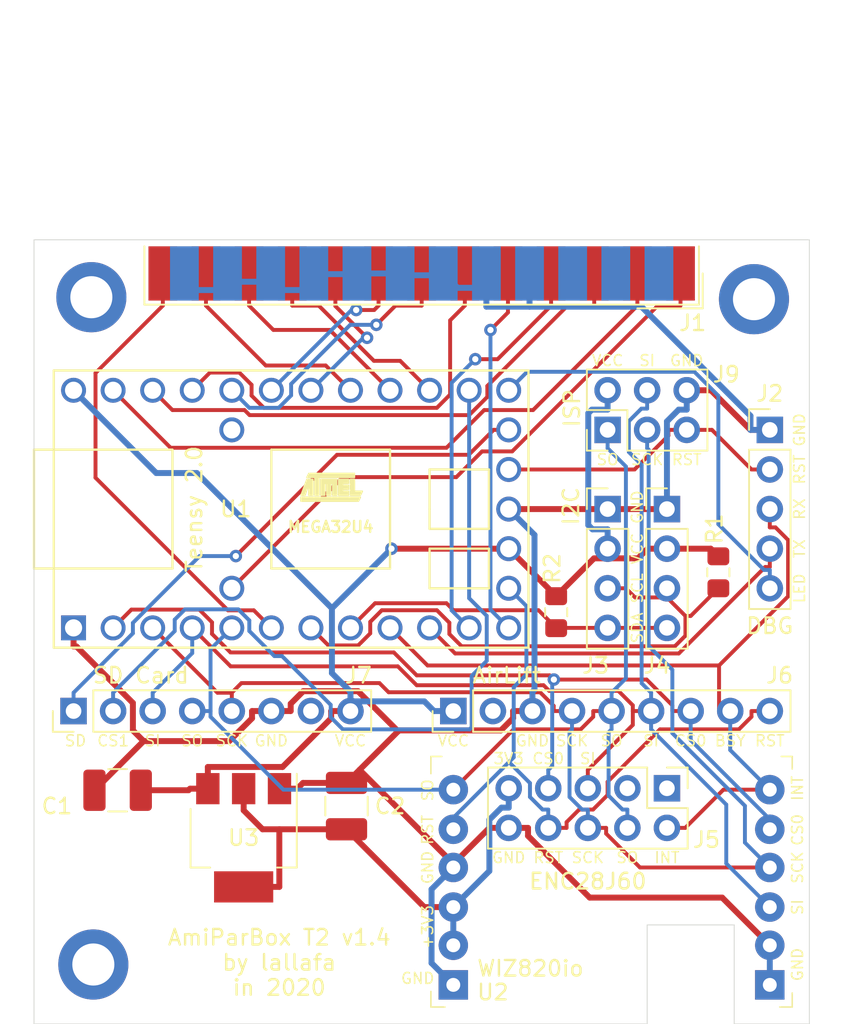
<source format=kicad_pcb>
(kicad_pcb (version 20171130) (host pcbnew "(5.1.5-0-10_14)")

  (general
    (thickness 1.6)
    (drawings 66)
    (tracks 434)
    (zones 0)
    (modules 18)
    (nets 38)
  )

  (page A4)
  (layers
    (0 F.Cu signal)
    (31 B.Cu signal)
    (32 B.Adhes user)
    (33 F.Adhes user)
    (34 B.Paste user)
    (35 F.Paste user)
    (36 B.SilkS user)
    (37 F.SilkS user)
    (38 B.Mask user)
    (39 F.Mask user)
    (40 Dwgs.User user)
    (41 Cmts.User user)
    (42 Eco1.User user)
    (43 Eco2.User user)
    (44 Edge.Cuts user)
    (45 Margin user)
    (46 B.CrtYd user)
    (47 F.CrtYd user)
    (48 B.Fab user)
    (49 F.Fab user)
  )

  (setup
    (last_trace_width 0.25)
    (user_trace_width 0.254)
    (user_trace_width 0.381)
    (user_trace_width 0.508)
    (trace_clearance 0.2)
    (zone_clearance 0.508)
    (zone_45_only no)
    (trace_min 0.2)
    (via_size 0.8)
    (via_drill 0.4)
    (via_min_size 0.4)
    (via_min_drill 0.3)
    (uvia_size 0.3)
    (uvia_drill 0.1)
    (uvias_allowed no)
    (uvia_min_size 0.2)
    (uvia_min_drill 0.1)
    (edge_width 0.05)
    (segment_width 0.2)
    (pcb_text_width 0.3)
    (pcb_text_size 1.5 1.5)
    (mod_edge_width 0.12)
    (mod_text_size 1 1)
    (mod_text_width 0.15)
    (pad_size 4.500001 4.500001)
    (pad_drill 2.7)
    (pad_to_mask_clearance 0.051)
    (solder_mask_min_width 0.25)
    (aux_axis_origin 0 0)
    (visible_elements FFFDFF7F)
    (pcbplotparams
      (layerselection 0x010e0_ffffffff)
      (usegerberextensions false)
      (usegerberattributes true)
      (usegerberadvancedattributes false)
      (creategerberjobfile false)
      (excludeedgelayer true)
      (linewidth 0.100000)
      (plotframeref false)
      (viasonmask false)
      (mode 1)
      (useauxorigin false)
      (hpglpennumber 1)
      (hpglpenspeed 20)
      (hpglpendiameter 15.000000)
      (psnegative false)
      (psa4output false)
      (plotreference true)
      (plotvalue true)
      (plotinvisibletext false)
      (padsonsilk false)
      (subtractmaskfromsilk false)
      (outputformat 1)
      (mirror false)
      (drillshape 0)
      (scaleselection 1)
      (outputdirectory "gerber/"))
  )

  (net 0 "")
  (net 1 /MISO)
  (net 2 /EXT_RST)
  (net 3 +3V3)
  (net 4 /EXT_INT)
  (net 5 /SS0)
  (net 6 /SCLK)
  (net 7 /MOSI)
  (net 8 GND)
  (net 9 VCC)
  (net 10 "Net-(J1-Pad16)")
  (net 11 "Net-(J1-Pad15)")
  (net 12 "Net-(J1-Pad14)")
  (net 13 /SEL)
  (net 14 /POUT)
  (net 15 /BUSY)
  (net 16 /ACK)
  (net 17 /DATA7)
  (net 18 /DATA6)
  (net 19 /DATA5)
  (net 20 /DATA4)
  (net 21 /DATA3)
  (net 22 /DATA2)
  (net 23 /DATA1)
  (net 24 /DATA0)
  (net 25 /STROBE)
  (net 26 /LED)
  (net 27 /TXD)
  (net 28 /RST)
  (net 29 /SDA)
  (net 30 /SCL)
  (net 31 /SS1)
  (net 32 /SD_DETECT)
  (net 33 "Net-(J5-Pad3)")
  (net 34 "Net-(J5-Pad1)")
  (net 35 "Net-(U1-Pad31)")
  (net 36 "Net-(J7-Pad7)")
  (net 37 "Net-(J6-Pad2)")

  (net_class Default "Dies ist die voreingestellte Netzklasse."
    (clearance 0.2)
    (trace_width 0.25)
    (via_dia 0.8)
    (via_drill 0.4)
    (uvia_dia 0.3)
    (uvia_drill 0.1)
    (add_net /ACK)
    (add_net /BUSY)
    (add_net /DATA0)
    (add_net /DATA1)
    (add_net /DATA2)
    (add_net /DATA3)
    (add_net /DATA4)
    (add_net /DATA5)
    (add_net /DATA6)
    (add_net /DATA7)
    (add_net /EXT_INT)
    (add_net /EXT_RST)
    (add_net /LED)
    (add_net /MISO)
    (add_net /MOSI)
    (add_net /POUT)
    (add_net /RST)
    (add_net /SCL)
    (add_net /SCLK)
    (add_net /SDA)
    (add_net /SD_DETECT)
    (add_net /SEL)
    (add_net /SS0)
    (add_net /SS1)
    (add_net /STROBE)
    (add_net /TXD)
    (add_net "Net-(J1-Pad14)")
    (add_net "Net-(J1-Pad15)")
    (add_net "Net-(J1-Pad16)")
    (add_net "Net-(J5-Pad1)")
    (add_net "Net-(J5-Pad3)")
    (add_net "Net-(J6-Pad2)")
    (add_net "Net-(J7-Pad7)")
    (add_net "Net-(U1-Pad31)")
  )

  (net_class Power ""
    (clearance 0.2)
    (trace_width 0.381)
    (via_dia 0.8)
    (via_drill 0.4)
    (uvia_dia 0.3)
    (uvia_drill 0.1)
    (add_net +3V3)
    (add_net GND)
    (add_net VCC)
  )

  (module MountingHole:MountingHole_2.7mm_M2.5_ISO14580_Pad (layer F.Cu) (tedit 5E276C4E) (tstamp 5E27D111)
    (at 124.079 85.09)
    (descr "Mounting Hole 2.7mm, M2.5, ISO14580")
    (tags "mounting hole 2.7mm m2.5 iso14580")
    (path /5E42FEC7)
    (attr virtual)
    (fp_text reference H3 (at 0 -3.25) (layer F.SilkS) hide
      (effects (font (size 1 1) (thickness 0.15)))
    )
    (fp_text value MountingHole (at 0 3.25) (layer F.Fab) hide
      (effects (font (size 1 1) (thickness 0.15)))
    )
    (fp_circle (center 0 0) (end 2.5 0) (layer F.CrtYd) (width 0.05))
    (fp_circle (center 0 0) (end 2.25 0) (layer Cmts.User) (width 0.15))
    (fp_text user %R (at 0.3 0) (layer F.Fab) hide
      (effects (font (size 1 1) (thickness 0.15)))
    )
    (pad "" thru_hole circle (at 0 0) (size 4.500001 4.500001) (drill 2.7) (layers *.Cu *.Mask))
  )

  (module MountingHole:MountingHole_2.7mm_M2.5_ISO14580_Pad (layer F.Cu) (tedit 5E276C89) (tstamp 5E27BFE5)
    (at 166.624 85.217)
    (descr "Mounting Hole 2.7mm, M2.5, ISO14580")
    (tags "mounting hole 2.7mm m2.5 iso14580")
    (path /5E233B14)
    (attr virtual)
    (fp_text reference H2 (at 0 -3.25) (layer F.SilkS) hide
      (effects (font (size 1 1) (thickness 0.15)))
    )
    (fp_text value MountingHole (at 0 3.25) (layer F.Fab) hide
      (effects (font (size 1 1) (thickness 0.15)))
    )
    (fp_circle (center 0 0) (end 2.5 0) (layer F.CrtYd) (width 0.05))
    (fp_circle (center 0 0) (end 2.25 0) (layer Cmts.User) (width 0.15))
    (fp_text user %R (at 0.3 0) (layer F.Fab) hide
      (effects (font (size 1 1) (thickness 0.15)))
    )
    (pad "" thru_hole circle (at 0 0) (size 4.500001 4.500001) (drill 2.7) (layers *.Cu *.Mask))
  )

  (module MountingHole:MountingHole_2.7mm_M2.5_ISO14580_Pad (layer F.Cu) (tedit 5E276C63) (tstamp 5E27BEA7)
    (at 124.206 127.889)
    (descr "Mounting Hole 2.7mm, M2.5, ISO14580")
    (tags "mounting hole 2.7mm m2.5 iso14580")
    (path /5E2331E1)
    (attr virtual)
    (fp_text reference H1 (at 0 -3.25) (layer F.SilkS) hide
      (effects (font (size 1 1) (thickness 0.15)))
    )
    (fp_text value MountingHole (at 0 3.25) (layer F.Fab) hide
      (effects (font (size 1 1) (thickness 0.15)))
    )
    (fp_circle (center 0 0) (end 2.5 0) (layer F.CrtYd) (width 0.05))
    (fp_circle (center 0 0) (end 2.25 0) (layer Cmts.User) (width 0.15))
    (fp_text user %R (at 0.3 0) (layer F.Fab) hide
      (effects (font (size 1 1) (thickness 0.15)))
    )
    (pad "" thru_hole circle (at 0 0) (size 4.500001 4.500001) (drill 2.7) (layers *.Cu *.Mask))
  )

  (module Resistor_SMD:R_0805_2012Metric_Pad1.15x1.40mm_HandSolder (layer F.Cu) (tedit 5B36C52B) (tstamp 5E277199)
    (at 153.924 105.292 270)
    (descr "Resistor SMD 0805 (2012 Metric), square (rectangular) end terminal, IPC_7351 nominal with elongated pad for handsoldering. (Body size source: https://docs.google.com/spreadsheets/d/1BsfQQcO9C6DZCsRaXUlFlo91Tg2WpOkGARC1WS5S8t0/edit?usp=sharing), generated with kicad-footprint-generator")
    (tags "resistor handsolder")
    (path /5E2AA742)
    (attr smd)
    (fp_text reference R2 (at -2.803 0.254 90) (layer F.SilkS)
      (effects (font (size 1 1) (thickness 0.15)))
    )
    (fp_text value 4k7 (at 0 1.65 90) (layer F.Fab)
      (effects (font (size 1 1) (thickness 0.15)))
    )
    (fp_text user %R (at 0 0 90) (layer F.Fab)
      (effects (font (size 0.5 0.5) (thickness 0.08)))
    )
    (fp_line (start 1.85 0.95) (end -1.85 0.95) (layer F.CrtYd) (width 0.05))
    (fp_line (start 1.85 -0.95) (end 1.85 0.95) (layer F.CrtYd) (width 0.05))
    (fp_line (start -1.85 -0.95) (end 1.85 -0.95) (layer F.CrtYd) (width 0.05))
    (fp_line (start -1.85 0.95) (end -1.85 -0.95) (layer F.CrtYd) (width 0.05))
    (fp_line (start -0.261252 0.71) (end 0.261252 0.71) (layer F.SilkS) (width 0.12))
    (fp_line (start -0.261252 -0.71) (end 0.261252 -0.71) (layer F.SilkS) (width 0.12))
    (fp_line (start 1 0.6) (end -1 0.6) (layer F.Fab) (width 0.1))
    (fp_line (start 1 -0.6) (end 1 0.6) (layer F.Fab) (width 0.1))
    (fp_line (start -1 -0.6) (end 1 -0.6) (layer F.Fab) (width 0.1))
    (fp_line (start -1 0.6) (end -1 -0.6) (layer F.Fab) (width 0.1))
    (pad 2 smd roundrect (at 1.025 0 270) (size 1.15 1.4) (layers F.Cu F.Paste F.Mask) (roundrect_rratio 0.217391)
      (net 29 /SDA))
    (pad 1 smd roundrect (at -1.025 0 270) (size 1.15 1.4) (layers F.Cu F.Paste F.Mask) (roundrect_rratio 0.217391)
      (net 9 VCC))
    (model ${KISYS3DMOD}/Resistor_SMD.3dshapes/R_0805_2012Metric.wrl
      (at (xyz 0 0 0))
      (scale (xyz 1 1 1))
      (rotate (xyz 0 0 0))
    )
  )

  (module Resistor_SMD:R_0805_2012Metric_Pad1.15x1.40mm_HandSolder (layer F.Cu) (tedit 5B36C52B) (tstamp 5E277169)
    (at 164.338 102.734 270)
    (descr "Resistor SMD 0805 (2012 Metric), square (rectangular) end terminal, IPC_7351 nominal with elongated pad for handsoldering. (Body size source: https://docs.google.com/spreadsheets/d/1BsfQQcO9C6DZCsRaXUlFlo91Tg2WpOkGARC1WS5S8t0/edit?usp=sharing), generated with kicad-footprint-generator")
    (tags "resistor handsolder")
    (path /5E2A9373)
    (attr smd)
    (fp_text reference R1 (at -2.785 0.254 90) (layer F.SilkS)
      (effects (font (size 1 1) (thickness 0.15)))
    )
    (fp_text value 4k7 (at 0 1.65 90) (layer F.Fab)
      (effects (font (size 1 1) (thickness 0.15)))
    )
    (fp_text user %R (at 0 0 90) (layer F.Fab)
      (effects (font (size 0.5 0.5) (thickness 0.08)))
    )
    (fp_line (start 1.85 0.95) (end -1.85 0.95) (layer F.CrtYd) (width 0.05))
    (fp_line (start 1.85 -0.95) (end 1.85 0.95) (layer F.CrtYd) (width 0.05))
    (fp_line (start -1.85 -0.95) (end 1.85 -0.95) (layer F.CrtYd) (width 0.05))
    (fp_line (start -1.85 0.95) (end -1.85 -0.95) (layer F.CrtYd) (width 0.05))
    (fp_line (start -0.261252 0.71) (end 0.261252 0.71) (layer F.SilkS) (width 0.12))
    (fp_line (start -0.261252 -0.71) (end 0.261252 -0.71) (layer F.SilkS) (width 0.12))
    (fp_line (start 1 0.6) (end -1 0.6) (layer F.Fab) (width 0.1))
    (fp_line (start 1 -0.6) (end 1 0.6) (layer F.Fab) (width 0.1))
    (fp_line (start -1 -0.6) (end 1 -0.6) (layer F.Fab) (width 0.1))
    (fp_line (start -1 0.6) (end -1 -0.6) (layer F.Fab) (width 0.1))
    (pad 2 smd roundrect (at 1.025 0 270) (size 1.15 1.4) (layers F.Cu F.Paste F.Mask) (roundrect_rratio 0.217391)
      (net 30 /SCL))
    (pad 1 smd roundrect (at -1.025 0 270) (size 1.15 1.4) (layers F.Cu F.Paste F.Mask) (roundrect_rratio 0.217391)
      (net 9 VCC))
    (model ${KISYS3DMOD}/Resistor_SMD.3dshapes/R_0805_2012Metric.wrl
      (at (xyz 0 0 0))
      (scale (xyz 1 1 1))
      (rotate (xyz 0 0 0))
    )
  )

  (module Connector_PinHeader_2.54mm:PinHeader_1x09_P2.54mm_Vertical (layer F.Cu) (tedit 59FED5CC) (tstamp 5E2770D9)
    (at 147.32 111.633 90)
    (descr "Through hole straight pin header, 1x09, 2.54mm pitch, single row")
    (tags "Through hole pin header THT 1x09 2.54mm single row")
    (path /5E3DCCDC)
    (fp_text reference J6 (at 2.286 20.955 180) (layer F.SilkS)
      (effects (font (size 1 1) (thickness 0.15)))
    )
    (fp_text value "ESP32 AirLift" (at 0 22.65 90) (layer F.Fab)
      (effects (font (size 1 1) (thickness 0.15)))
    )
    (fp_text user %R (at 0 10.16) (layer F.Fab)
      (effects (font (size 1 1) (thickness 0.15)))
    )
    (fp_line (start 1.8 -1.8) (end -1.8 -1.8) (layer F.CrtYd) (width 0.05))
    (fp_line (start 1.8 22.1) (end 1.8 -1.8) (layer F.CrtYd) (width 0.05))
    (fp_line (start -1.8 22.1) (end 1.8 22.1) (layer F.CrtYd) (width 0.05))
    (fp_line (start -1.8 -1.8) (end -1.8 22.1) (layer F.CrtYd) (width 0.05))
    (fp_line (start -1.33 -1.33) (end 0 -1.33) (layer F.SilkS) (width 0.12))
    (fp_line (start -1.33 0) (end -1.33 -1.33) (layer F.SilkS) (width 0.12))
    (fp_line (start -1.33 1.27) (end 1.33 1.27) (layer F.SilkS) (width 0.12))
    (fp_line (start 1.33 1.27) (end 1.33 21.65) (layer F.SilkS) (width 0.12))
    (fp_line (start -1.33 1.27) (end -1.33 21.65) (layer F.SilkS) (width 0.12))
    (fp_line (start -1.33 21.65) (end 1.33 21.65) (layer F.SilkS) (width 0.12))
    (fp_line (start -1.27 -0.635) (end -0.635 -1.27) (layer F.Fab) (width 0.1))
    (fp_line (start -1.27 21.59) (end -1.27 -0.635) (layer F.Fab) (width 0.1))
    (fp_line (start 1.27 21.59) (end -1.27 21.59) (layer F.Fab) (width 0.1))
    (fp_line (start 1.27 -1.27) (end 1.27 21.59) (layer F.Fab) (width 0.1))
    (fp_line (start -0.635 -1.27) (end 1.27 -1.27) (layer F.Fab) (width 0.1))
    (pad 9 thru_hole oval (at 0 20.32 90) (size 1.7 1.7) (drill 1) (layers *.Cu *.Mask)
      (net 2 /EXT_RST))
    (pad 8 thru_hole oval (at 0 17.78 90) (size 1.7 1.7) (drill 1) (layers *.Cu *.Mask)
      (net 4 /EXT_INT))
    (pad 7 thru_hole oval (at 0 15.24 90) (size 1.7 1.7) (drill 1) (layers *.Cu *.Mask)
      (net 5 /SS0))
    (pad 6 thru_hole oval (at 0 12.7 90) (size 1.7 1.7) (drill 1) (layers *.Cu *.Mask)
      (net 7 /MOSI))
    (pad 5 thru_hole oval (at 0 10.16 90) (size 1.7 1.7) (drill 1) (layers *.Cu *.Mask)
      (net 1 /MISO))
    (pad 4 thru_hole oval (at 0 7.62 90) (size 1.7 1.7) (drill 1) (layers *.Cu *.Mask)
      (net 6 /SCLK))
    (pad 3 thru_hole oval (at 0 5.08 90) (size 1.7 1.7) (drill 1) (layers *.Cu *.Mask)
      (net 8 GND))
    (pad 2 thru_hole oval (at 0 2.54 90) (size 1.7 1.7) (drill 1) (layers *.Cu *.Mask)
      (net 37 "Net-(J6-Pad2)"))
    (pad 1 thru_hole rect (at 0 0 90) (size 1.7 1.7) (drill 1) (layers *.Cu *.Mask)
      (net 9 VCC))
    (model ${KISYS3DMOD}/Connector_PinHeader_2.54mm.3dshapes/PinHeader_1x09_P2.54mm_Vertical.wrl
      (at (xyz 0 0 0))
      (scale (xyz 1 1 1))
      (rotate (xyz 0 0 0))
    )
  )

  (module Connector_PinHeader_2.54mm:PinHeader_1x05_P2.54mm_Vertical (layer F.Cu) (tedit 59FED5CC) (tstamp 5E277129)
    (at 167.64 93.599)
    (descr "Through hole straight pin header, 1x05, 2.54mm pitch, single row")
    (tags "Through hole pin header THT 1x05 2.54mm single row")
    (path /5E296366)
    (fp_text reference J2 (at 0 -2.33) (layer F.SilkS)
      (effects (font (size 1 1) (thickness 0.15)))
    )
    (fp_text value Debug (at 0 12.49) (layer F.Fab)
      (effects (font (size 1 1) (thickness 0.15)))
    )
    (fp_text user %R (at 0 5.08 90) (layer F.Fab)
      (effects (font (size 1 1) (thickness 0.15)))
    )
    (fp_line (start 1.8 -1.8) (end -1.8 -1.8) (layer F.CrtYd) (width 0.05))
    (fp_line (start 1.8 11.95) (end 1.8 -1.8) (layer F.CrtYd) (width 0.05))
    (fp_line (start -1.8 11.95) (end 1.8 11.95) (layer F.CrtYd) (width 0.05))
    (fp_line (start -1.8 -1.8) (end -1.8 11.95) (layer F.CrtYd) (width 0.05))
    (fp_line (start -1.33 -1.33) (end 0 -1.33) (layer F.SilkS) (width 0.12))
    (fp_line (start -1.33 0) (end -1.33 -1.33) (layer F.SilkS) (width 0.12))
    (fp_line (start -1.33 1.27) (end 1.33 1.27) (layer F.SilkS) (width 0.12))
    (fp_line (start 1.33 1.27) (end 1.33 11.49) (layer F.SilkS) (width 0.12))
    (fp_line (start -1.33 1.27) (end -1.33 11.49) (layer F.SilkS) (width 0.12))
    (fp_line (start -1.33 11.49) (end 1.33 11.49) (layer F.SilkS) (width 0.12))
    (fp_line (start -1.27 -0.635) (end -0.635 -1.27) (layer F.Fab) (width 0.1))
    (fp_line (start -1.27 11.43) (end -1.27 -0.635) (layer F.Fab) (width 0.1))
    (fp_line (start 1.27 11.43) (end -1.27 11.43) (layer F.Fab) (width 0.1))
    (fp_line (start 1.27 -1.27) (end 1.27 11.43) (layer F.Fab) (width 0.1))
    (fp_line (start -0.635 -1.27) (end 1.27 -1.27) (layer F.Fab) (width 0.1))
    (pad 5 thru_hole oval (at 0 10.16) (size 1.7 1.7) (drill 1) (layers *.Cu *.Mask)
      (net 26 /LED))
    (pad 4 thru_hole oval (at 0 7.62) (size 1.7 1.7) (drill 1) (layers *.Cu *.Mask)
      (net 27 /TXD))
    (pad 3 thru_hole oval (at 0 5.08) (size 1.7 1.7) (drill 1) (layers *.Cu *.Mask)
      (net 4 /EXT_INT))
    (pad 2 thru_hole oval (at 0 2.54) (size 1.7 1.7) (drill 1) (layers *.Cu *.Mask)
      (net 28 /RST))
    (pad 1 thru_hole rect (at 0 0) (size 1.7 1.7) (drill 1) (layers *.Cu *.Mask)
      (net 8 GND))
    (model ${KISYS3DMOD}/Connector_PinHeader_2.54mm.3dshapes/PinHeader_1x05_P2.54mm_Vertical.wrl
      (at (xyz 0 0 0))
      (scale (xyz 1 1 1))
      (rotate (xyz 0 0 0))
    )
  )

  (module modules:DSUB-25_Male_EdgeMount_P2.77mm (layer F.Cu) (tedit 59FEDEE2) (tstamp 5E27B0E3)
    (at 145.288 83.566 180)
    (descr "25-pin D-Sub connector, solder-cups edge-mounted, male, x-pin-pitch 2.77mm, distance of mounting holes 47.1mm, see https://disti-assets.s3.amazonaws.com/tonar/files/datasheets/16730.pdf")
    (tags "25-pin D-Sub connector edge mount solder cup male x-pin-pitch 2.77mm mounting holes distance 47.1mm")
    (path /5E0D2DFD)
    (attr smd)
    (fp_text reference J1 (at -17.399 -3.175) (layer F.SilkS)
      (effects (font (size 1 1) (thickness 0.15)))
    )
    (fp_text value DB25_Male (at 0 16.69) (layer F.Fab)
      (effects (font (size 1 1) (thickness 0.15)))
    )
    (fp_text user "PCB edge" (at -21.55 1.323333) (layer Dwgs.User)
      (effects (font (size 0.5 0.5) (thickness 0.075)))
    )
    (fp_text user %R (at 0 3.39) (layer F.Fab)
      (effects (font (size 1 1) (thickness 0.15)))
    )
    (fp_line (start -26.55 1.99) (end 26.55 1.99) (layer Dwgs.User) (width 0.05))
    (fp_line (start -18.043333 -2.24) (end -13.85 -2.24) (layer F.SilkS) (width 0.12))
    (fp_line (start -18.043333 0) (end -18.043333 -2.24) (layer F.SilkS) (width 0.12))
    (fp_line (start -17.803333 -2) (end -17.803333 1.74) (layer F.SilkS) (width 0.12))
    (fp_line (start 17.803333 -2) (end -17.803333 -2) (layer F.SilkS) (width 0.12))
    (fp_line (start 17.803333 1.74) (end 17.803333 -2) (layer F.SilkS) (width 0.12))
    (fp_line (start -18.05 1.5) (end -18.05 -2.25) (layer F.CrtYd) (width 0.05))
    (fp_line (start -19.05 1.5) (end -18.05 1.5) (layer F.CrtYd) (width 0.05))
    (fp_line (start -19.05 4.3) (end -19.05 1.5) (layer F.CrtYd) (width 0.05))
    (fp_line (start -20.05 4.3) (end -19.05 4.3) (layer F.CrtYd) (width 0.05))
    (fp_line (start -20.05 8.8) (end -20.05 4.3) (layer F.CrtYd) (width 0.05))
    (fp_line (start -27.05 8.8) (end -20.05 8.8) (layer F.CrtYd) (width 0.05))
    (fp_line (start -27.05 10.2) (end -27.05 8.8) (layer F.CrtYd) (width 0.05))
    (fp_line (start -19.65 10.2) (end -27.05 10.2) (layer F.CrtYd) (width 0.05))
    (fp_line (start -19.65 16.2) (end -19.65 10.2) (layer F.CrtYd) (width 0.05))
    (fp_line (start 19.65 16.2) (end -19.65 16.2) (layer F.CrtYd) (width 0.05))
    (fp_line (start 19.65 10.2) (end 19.65 16.2) (layer F.CrtYd) (width 0.05))
    (fp_line (start 27.05 10.2) (end 19.65 10.2) (layer F.CrtYd) (width 0.05))
    (fp_line (start 27.05 8.8) (end 27.05 10.2) (layer F.CrtYd) (width 0.05))
    (fp_line (start 20.05 8.8) (end 27.05 8.8) (layer F.CrtYd) (width 0.05))
    (fp_line (start 20.05 4.3) (end 20.05 8.8) (layer F.CrtYd) (width 0.05))
    (fp_line (start 19.05 4.3) (end 20.05 4.3) (layer F.CrtYd) (width 0.05))
    (fp_line (start 19.05 1.5) (end 19.05 4.3) (layer F.CrtYd) (width 0.05))
    (fp_line (start 18.05 1.5) (end 19.05 1.5) (layer F.CrtYd) (width 0.05))
    (fp_line (start 18.05 -2.25) (end 18.05 1.5) (layer F.CrtYd) (width 0.05))
    (fp_line (start -18.05 -2.25) (end 18.05 -2.25) (layer F.CrtYd) (width 0.05))
    (fp_line (start 19.15 9.69) (end -19.15 9.69) (layer F.Fab) (width 0.1))
    (fp_line (start 19.15 15.69) (end 19.15 9.69) (layer F.Fab) (width 0.1))
    (fp_line (start -19.15 15.69) (end 19.15 15.69) (layer F.Fab) (width 0.1))
    (fp_line (start -19.15 9.69) (end -19.15 15.69) (layer F.Fab) (width 0.1))
    (fp_line (start 26.55 9.29) (end -26.55 9.29) (layer F.Fab) (width 0.1))
    (fp_line (start 26.55 9.69) (end 26.55 9.29) (layer F.Fab) (width 0.1))
    (fp_line (start -26.55 9.69) (end 26.55 9.69) (layer F.Fab) (width 0.1))
    (fp_line (start -26.55 9.29) (end -26.55 9.69) (layer F.Fab) (width 0.1))
    (fp_line (start 19.55 4.79) (end -19.55 4.79) (layer F.Fab) (width 0.1))
    (fp_line (start 19.55 9.29) (end 19.55 4.79) (layer F.Fab) (width 0.1))
    (fp_line (start -19.55 9.29) (end 19.55 9.29) (layer F.Fab) (width 0.1))
    (fp_line (start -19.55 4.79) (end -19.55 9.29) (layer F.Fab) (width 0.1))
    (fp_line (start 18.55 1.99) (end -18.55 1.99) (layer F.Fab) (width 0.1))
    (fp_line (start 18.55 4.79) (end 18.55 1.99) (layer F.Fab) (width 0.1))
    (fp_line (start -18.55 4.79) (end 18.55 4.79) (layer F.Fab) (width 0.1))
    (fp_line (start -18.55 1.99) (end -18.55 4.79) (layer F.Fab) (width 0.1))
    (fp_line (start 15.835 -0.91) (end 14.635 -0.91) (layer B.Fab) (width 0.1))
    (fp_line (start 15.835 1.99) (end 15.835 -0.91) (layer B.Fab) (width 0.1))
    (fp_line (start 14.635 1.99) (end 15.835 1.99) (layer B.Fab) (width 0.1))
    (fp_line (start 14.635 -0.91) (end 14.635 1.99) (layer B.Fab) (width 0.1))
    (fp_line (start 13.065 -0.91) (end 11.865 -0.91) (layer B.Fab) (width 0.1))
    (fp_line (start 13.065 1.99) (end 13.065 -0.91) (layer B.Fab) (width 0.1))
    (fp_line (start 11.865 1.99) (end 13.065 1.99) (layer B.Fab) (width 0.1))
    (fp_line (start 11.865 -0.91) (end 11.865 1.99) (layer B.Fab) (width 0.1))
    (fp_line (start 10.295 -0.91) (end 9.095 -0.91) (layer B.Fab) (width 0.1))
    (fp_line (start 10.295 1.99) (end 10.295 -0.91) (layer B.Fab) (width 0.1))
    (fp_line (start 9.095 1.99) (end 10.295 1.99) (layer B.Fab) (width 0.1))
    (fp_line (start 9.095 -0.91) (end 9.095 1.99) (layer B.Fab) (width 0.1))
    (fp_line (start 7.525 -0.91) (end 6.325 -0.91) (layer B.Fab) (width 0.1))
    (fp_line (start 7.525 1.99) (end 7.525 -0.91) (layer B.Fab) (width 0.1))
    (fp_line (start 6.325 1.99) (end 7.525 1.99) (layer B.Fab) (width 0.1))
    (fp_line (start 6.325 -0.91) (end 6.325 1.99) (layer B.Fab) (width 0.1))
    (fp_line (start 4.755 -0.91) (end 3.555 -0.91) (layer B.Fab) (width 0.1))
    (fp_line (start 4.755 1.99) (end 4.755 -0.91) (layer B.Fab) (width 0.1))
    (fp_line (start 3.555 1.99) (end 4.755 1.99) (layer B.Fab) (width 0.1))
    (fp_line (start 3.555 -0.91) (end 3.555 1.99) (layer B.Fab) (width 0.1))
    (fp_line (start 1.985 -0.91) (end 0.785 -0.91) (layer B.Fab) (width 0.1))
    (fp_line (start 1.985 1.99) (end 1.985 -0.91) (layer B.Fab) (width 0.1))
    (fp_line (start 0.785 1.99) (end 1.985 1.99) (layer B.Fab) (width 0.1))
    (fp_line (start 0.785 -0.91) (end 0.785 1.99) (layer B.Fab) (width 0.1))
    (fp_line (start -0.785 -0.91) (end -1.985 -0.91) (layer B.Fab) (width 0.1))
    (fp_line (start -0.785 1.99) (end -0.785 -0.91) (layer B.Fab) (width 0.1))
    (fp_line (start -1.985 1.99) (end -0.785 1.99) (layer B.Fab) (width 0.1))
    (fp_line (start -1.985 -0.91) (end -1.985 1.99) (layer B.Fab) (width 0.1))
    (fp_line (start -3.555 -0.91) (end -4.755 -0.91) (layer B.Fab) (width 0.1))
    (fp_line (start -3.555 1.99) (end -3.555 -0.91) (layer B.Fab) (width 0.1))
    (fp_line (start -4.755 1.99) (end -3.555 1.99) (layer B.Fab) (width 0.1))
    (fp_line (start -4.755 -0.91) (end -4.755 1.99) (layer B.Fab) (width 0.1))
    (fp_line (start -6.325 -0.91) (end -7.525 -0.91) (layer B.Fab) (width 0.1))
    (fp_line (start -6.325 1.99) (end -6.325 -0.91) (layer B.Fab) (width 0.1))
    (fp_line (start -7.525 1.99) (end -6.325 1.99) (layer B.Fab) (width 0.1))
    (fp_line (start -7.525 -0.91) (end -7.525 1.99) (layer B.Fab) (width 0.1))
    (fp_line (start -9.095 -0.91) (end -10.295 -0.91) (layer B.Fab) (width 0.1))
    (fp_line (start -9.095 1.99) (end -9.095 -0.91) (layer B.Fab) (width 0.1))
    (fp_line (start -10.295 1.99) (end -9.095 1.99) (layer B.Fab) (width 0.1))
    (fp_line (start -10.295 -0.91) (end -10.295 1.99) (layer B.Fab) (width 0.1))
    (fp_line (start -11.865 -0.91) (end -13.065 -0.91) (layer B.Fab) (width 0.1))
    (fp_line (start -11.865 1.99) (end -11.865 -0.91) (layer B.Fab) (width 0.1))
    (fp_line (start -13.065 1.99) (end -11.865 1.99) (layer B.Fab) (width 0.1))
    (fp_line (start -13.065 -0.91) (end -13.065 1.99) (layer B.Fab) (width 0.1))
    (fp_line (start -14.635 -0.91) (end -15.835 -0.91) (layer B.Fab) (width 0.1))
    (fp_line (start -14.635 1.99) (end -14.635 -0.91) (layer B.Fab) (width 0.1))
    (fp_line (start -15.835 1.99) (end -14.635 1.99) (layer B.Fab) (width 0.1))
    (fp_line (start -15.835 -0.91) (end -15.835 1.99) (layer B.Fab) (width 0.1))
    (fp_line (start 17.22 -0.91) (end 16.02 -0.91) (layer F.Fab) (width 0.1))
    (fp_line (start 17.22 1.99) (end 17.22 -0.91) (layer F.Fab) (width 0.1))
    (fp_line (start 16.02 1.99) (end 17.22 1.99) (layer F.Fab) (width 0.1))
    (fp_line (start 16.02 -0.91) (end 16.02 1.99) (layer F.Fab) (width 0.1))
    (fp_line (start 14.45 -0.91) (end 13.25 -0.91) (layer F.Fab) (width 0.1))
    (fp_line (start 14.45 1.99) (end 14.45 -0.91) (layer F.Fab) (width 0.1))
    (fp_line (start 13.25 1.99) (end 14.45 1.99) (layer F.Fab) (width 0.1))
    (fp_line (start 13.25 -0.91) (end 13.25 1.99) (layer F.Fab) (width 0.1))
    (fp_line (start 11.68 -0.91) (end 10.48 -0.91) (layer F.Fab) (width 0.1))
    (fp_line (start 11.68 1.99) (end 11.68 -0.91) (layer F.Fab) (width 0.1))
    (fp_line (start 10.48 1.99) (end 11.68 1.99) (layer F.Fab) (width 0.1))
    (fp_line (start 10.48 -0.91) (end 10.48 1.99) (layer F.Fab) (width 0.1))
    (fp_line (start 8.91 -0.91) (end 7.71 -0.91) (layer F.Fab) (width 0.1))
    (fp_line (start 8.91 1.99) (end 8.91 -0.91) (layer F.Fab) (width 0.1))
    (fp_line (start 7.71 1.99) (end 8.91 1.99) (layer F.Fab) (width 0.1))
    (fp_line (start 7.71 -0.91) (end 7.71 1.99) (layer F.Fab) (width 0.1))
    (fp_line (start 6.14 -0.91) (end 4.94 -0.91) (layer F.Fab) (width 0.1))
    (fp_line (start 6.14 1.99) (end 6.14 -0.91) (layer F.Fab) (width 0.1))
    (fp_line (start 4.94 1.99) (end 6.14 1.99) (layer F.Fab) (width 0.1))
    (fp_line (start 4.94 -0.91) (end 4.94 1.99) (layer F.Fab) (width 0.1))
    (fp_line (start 3.37 -0.91) (end 2.17 -0.91) (layer F.Fab) (width 0.1))
    (fp_line (start 3.37 1.99) (end 3.37 -0.91) (layer F.Fab) (width 0.1))
    (fp_line (start 2.17 1.99) (end 3.37 1.99) (layer F.Fab) (width 0.1))
    (fp_line (start 2.17 -0.91) (end 2.17 1.99) (layer F.Fab) (width 0.1))
    (fp_line (start 0.6 -0.91) (end -0.6 -0.91) (layer F.Fab) (width 0.1))
    (fp_line (start 0.6 1.99) (end 0.6 -0.91) (layer F.Fab) (width 0.1))
    (fp_line (start -0.6 1.99) (end 0.6 1.99) (layer F.Fab) (width 0.1))
    (fp_line (start -0.6 -0.91) (end -0.6 1.99) (layer F.Fab) (width 0.1))
    (fp_line (start -2.17 -0.91) (end -3.37 -0.91) (layer F.Fab) (width 0.1))
    (fp_line (start -2.17 1.99) (end -2.17 -0.91) (layer F.Fab) (width 0.1))
    (fp_line (start -3.37 1.99) (end -2.17 1.99) (layer F.Fab) (width 0.1))
    (fp_line (start -3.37 -0.91) (end -3.37 1.99) (layer F.Fab) (width 0.1))
    (fp_line (start -4.94 -0.91) (end -6.14 -0.91) (layer F.Fab) (width 0.1))
    (fp_line (start -4.94 1.99) (end -4.94 -0.91) (layer F.Fab) (width 0.1))
    (fp_line (start -6.14 1.99) (end -4.94 1.99) (layer F.Fab) (width 0.1))
    (fp_line (start -6.14 -0.91) (end -6.14 1.99) (layer F.Fab) (width 0.1))
    (fp_line (start -7.71 -0.91) (end -8.91 -0.91) (layer F.Fab) (width 0.1))
    (fp_line (start -7.71 1.99) (end -7.71 -0.91) (layer F.Fab) (width 0.1))
    (fp_line (start -8.91 1.99) (end -7.71 1.99) (layer F.Fab) (width 0.1))
    (fp_line (start -8.91 -0.91) (end -8.91 1.99) (layer F.Fab) (width 0.1))
    (fp_line (start -10.48 -0.91) (end -11.68 -0.91) (layer F.Fab) (width 0.1))
    (fp_line (start -10.48 1.99) (end -10.48 -0.91) (layer F.Fab) (width 0.1))
    (fp_line (start -11.68 1.99) (end -10.48 1.99) (layer F.Fab) (width 0.1))
    (fp_line (start -11.68 -0.91) (end -11.68 1.99) (layer F.Fab) (width 0.1))
    (fp_line (start -13.25 -0.91) (end -14.45 -0.91) (layer F.Fab) (width 0.1))
    (fp_line (start -13.25 1.99) (end -13.25 -0.91) (layer F.Fab) (width 0.1))
    (fp_line (start -14.45 1.99) (end -13.25 1.99) (layer F.Fab) (width 0.1))
    (fp_line (start -14.45 -0.91) (end -14.45 1.99) (layer F.Fab) (width 0.1))
    (fp_line (start -16.02 -0.91) (end -17.22 -0.91) (layer F.Fab) (width 0.1))
    (fp_line (start -16.02 1.99) (end -16.02 -0.91) (layer F.Fab) (width 0.1))
    (fp_line (start -17.22 1.99) (end -16.02 1.99) (layer F.Fab) (width 0.1))
    (fp_line (start -17.22 -0.91) (end -17.22 1.99) (layer F.Fab) (width 0.1))
    (pad 25 smd rect (at 15.235 0 180) (size 1.846667 3.48) (layers B.Cu B.Paste B.Mask)
      (net 8 GND))
    (pad 24 smd rect (at 12.465 0 180) (size 1.846667 3.48) (layers B.Cu B.Paste B.Mask)
      (net 8 GND))
    (pad 23 smd rect (at 9.695 0 180) (size 1.846667 3.48) (layers B.Cu B.Paste B.Mask)
      (net 8 GND))
    (pad 22 smd rect (at 6.925 0 180) (size 1.846667 3.48) (layers B.Cu B.Paste B.Mask)
      (net 8 GND))
    (pad 21 smd rect (at 4.155 0 180) (size 1.846667 3.48) (layers B.Cu B.Paste B.Mask)
      (net 8 GND))
    (pad 20 smd rect (at 1.385 0 180) (size 1.846667 3.48) (layers B.Cu B.Paste B.Mask)
      (net 8 GND))
    (pad 19 smd rect (at -1.385 0 180) (size 1.846667 3.48) (layers B.Cu B.Paste B.Mask)
      (net 8 GND))
    (pad 18 smd rect (at -4.155 0 180) (size 1.846667 3.48) (layers B.Cu B.Paste B.Mask)
      (net 8 GND))
    (pad 17 smd rect (at -6.925 0 180) (size 1.846667 3.48) (layers B.Cu B.Paste B.Mask)
      (net 8 GND))
    (pad 16 smd rect (at -9.695 0 180) (size 1.846667 3.48) (layers B.Cu B.Paste B.Mask)
      (net 10 "Net-(J1-Pad16)"))
    (pad 15 smd rect (at -12.465 0 180) (size 1.846667 3.48) (layers B.Cu B.Paste B.Mask)
      (net 11 "Net-(J1-Pad15)"))
    (pad 14 smd rect (at -15.235 0 180) (size 1.846667 3.48) (layers B.Cu B.Paste B.Mask)
      (net 12 "Net-(J1-Pad14)"))
    (pad 13 smd rect (at 16.62 0 180) (size 1.846667 3.48) (layers F.Cu F.Paste F.Mask)
      (net 13 /SEL))
    (pad 12 smd rect (at 13.85 0 180) (size 1.846667 3.48) (layers F.Cu F.Paste F.Mask)
      (net 14 /POUT))
    (pad 11 smd rect (at 11.08 0 180) (size 1.846667 3.48) (layers F.Cu F.Paste F.Mask)
      (net 15 /BUSY))
    (pad 10 smd rect (at 8.31 0 180) (size 1.846667 3.48) (layers F.Cu F.Paste F.Mask)
      (net 16 /ACK))
    (pad 9 smd rect (at 5.54 0 180) (size 1.846667 3.48) (layers F.Cu F.Paste F.Mask)
      (net 17 /DATA7))
    (pad 8 smd rect (at 2.77 0 180) (size 1.846667 3.48) (layers F.Cu F.Paste F.Mask)
      (net 18 /DATA6))
    (pad 7 smd rect (at 0 0 180) (size 1.846667 3.48) (layers F.Cu F.Paste F.Mask)
      (net 19 /DATA5))
    (pad 6 smd rect (at -2.77 0 180) (size 1.846667 3.48) (layers F.Cu F.Paste F.Mask)
      (net 20 /DATA4))
    (pad 5 smd rect (at -5.54 0 180) (size 1.846667 3.48) (layers F.Cu F.Paste F.Mask)
      (net 21 /DATA3))
    (pad 4 smd rect (at -8.31 0 180) (size 1.846667 3.48) (layers F.Cu F.Paste F.Mask)
      (net 22 /DATA2))
    (pad 3 smd rect (at -11.08 0 180) (size 1.846667 3.48) (layers F.Cu F.Paste F.Mask)
      (net 23 /DATA1))
    (pad 2 smd rect (at -13.85 0 180) (size 1.846667 3.48) (layers F.Cu F.Paste F.Mask)
      (net 24 /DATA0))
    (pad 1 smd rect (at -16.62 0 180) (size 1.846667 3.48) (layers F.Cu F.Paste F.Mask)
      (net 25 /STROBE))
    (model ${KISYS3DMOD}/Connector_Dsub.3dshapes/DSUB-25_Male_EdgeMount_P2.77mm.wrl
      (at (xyz 0 0 0))
      (scale (xyz 1 1 1))
      (rotate (xyz 0 0 0))
    )
  )

  (module Connector_PinHeader_2.54mm:PinHeader_2x03_P2.54mm_Vertical (layer F.Cu) (tedit 59FED5CC) (tstamp 5E112B80)
    (at 157.226 93.599 90)
    (descr "Through hole straight pin header, 2x03, 2.54mm pitch, double rows")
    (tags "Through hole pin header THT 2x03 2.54mm double row")
    (path /5E34EA31)
    (fp_text reference J9 (at 3.556 7.62 180) (layer F.SilkS)
      (effects (font (size 1 1) (thickness 0.15)))
    )
    (fp_text value "AVR ISP" (at 1.27 7.41 90) (layer F.Fab)
      (effects (font (size 1 1) (thickness 0.15)))
    )
    (fp_text user %R (at 1.27 2.54 180) (layer F.Fab)
      (effects (font (size 1 1) (thickness 0.15)))
    )
    (fp_line (start 4.35 -1.8) (end -1.8 -1.8) (layer F.CrtYd) (width 0.05))
    (fp_line (start 4.35 6.85) (end 4.35 -1.8) (layer F.CrtYd) (width 0.05))
    (fp_line (start -1.8 6.85) (end 4.35 6.85) (layer F.CrtYd) (width 0.05))
    (fp_line (start -1.8 -1.8) (end -1.8 6.85) (layer F.CrtYd) (width 0.05))
    (fp_line (start -1.33 -1.33) (end 0 -1.33) (layer F.SilkS) (width 0.12))
    (fp_line (start -1.33 0) (end -1.33 -1.33) (layer F.SilkS) (width 0.12))
    (fp_line (start 1.27 -1.33) (end 3.87 -1.33) (layer F.SilkS) (width 0.12))
    (fp_line (start 1.27 1.27) (end 1.27 -1.33) (layer F.SilkS) (width 0.12))
    (fp_line (start -1.33 1.27) (end 1.27 1.27) (layer F.SilkS) (width 0.12))
    (fp_line (start 3.87 -1.33) (end 3.87 6.41) (layer F.SilkS) (width 0.12))
    (fp_line (start -1.33 1.27) (end -1.33 6.41) (layer F.SilkS) (width 0.12))
    (fp_line (start -1.33 6.41) (end 3.87 6.41) (layer F.SilkS) (width 0.12))
    (fp_line (start -1.27 0) (end 0 -1.27) (layer F.Fab) (width 0.1))
    (fp_line (start -1.27 6.35) (end -1.27 0) (layer F.Fab) (width 0.1))
    (fp_line (start 3.81 6.35) (end -1.27 6.35) (layer F.Fab) (width 0.1))
    (fp_line (start 3.81 -1.27) (end 3.81 6.35) (layer F.Fab) (width 0.1))
    (fp_line (start 0 -1.27) (end 3.81 -1.27) (layer F.Fab) (width 0.1))
    (pad 6 thru_hole oval (at 2.54 5.08 90) (size 1.7 1.7) (drill 1) (layers *.Cu *.Mask)
      (net 8 GND))
    (pad 5 thru_hole oval (at 0 5.08 90) (size 1.7 1.7) (drill 1) (layers *.Cu *.Mask)
      (net 28 /RST))
    (pad 4 thru_hole oval (at 2.54 2.54 90) (size 1.7 1.7) (drill 1) (layers *.Cu *.Mask)
      (net 7 /MOSI))
    (pad 3 thru_hole oval (at 0 2.54 90) (size 1.7 1.7) (drill 1) (layers *.Cu *.Mask)
      (net 6 /SCLK))
    (pad 2 thru_hole oval (at 2.54 0 90) (size 1.7 1.7) (drill 1) (layers *.Cu *.Mask)
      (net 9 VCC))
    (pad 1 thru_hole rect (at 0 0 90) (size 1.7 1.7) (drill 1) (layers *.Cu *.Mask)
      (net 1 /MISO))
    (model ${KISYS3DMOD}/Connector_PinHeader_2.54mm.3dshapes/PinHeader_2x03_P2.54mm_Vertical.wrl
      (at (xyz 0 0 0))
      (scale (xyz 1 1 1))
      (rotate (xyz 0 0 0))
    )
  )

  (module Connector_PinHeader_2.54mm:PinHeader_1x04_P2.54mm_Vertical (layer F.Cu) (tedit 59FED5CC) (tstamp 5E0FBB2F)
    (at 157.226 98.679)
    (descr "Through hole straight pin header, 1x04, 2.54mm pitch, single row")
    (tags "Through hole pin header THT 1x04 2.54mm single row")
    (path /5E2C410A)
    (fp_text reference J4 (at 3.175 10.033 180) (layer F.SilkS)
      (effects (font (size 1 1) (thickness 0.15)))
    )
    (fp_text value "I2C Extra" (at 0 9.95) (layer F.Fab)
      (effects (font (size 1 1) (thickness 0.15)))
    )
    (fp_text user %R (at 0 3.81 90) (layer F.Fab)
      (effects (font (size 1 1) (thickness 0.15)))
    )
    (fp_line (start 1.8 -1.8) (end -1.8 -1.8) (layer F.CrtYd) (width 0.05))
    (fp_line (start 1.8 9.4) (end 1.8 -1.8) (layer F.CrtYd) (width 0.05))
    (fp_line (start -1.8 9.4) (end 1.8 9.4) (layer F.CrtYd) (width 0.05))
    (fp_line (start -1.8 -1.8) (end -1.8 9.4) (layer F.CrtYd) (width 0.05))
    (fp_line (start -1.33 -1.33) (end 0 -1.33) (layer F.SilkS) (width 0.12))
    (fp_line (start -1.33 0) (end -1.33 -1.33) (layer F.SilkS) (width 0.12))
    (fp_line (start -1.33 1.27) (end 1.33 1.27) (layer F.SilkS) (width 0.12))
    (fp_line (start 1.33 1.27) (end 1.33 8.95) (layer F.SilkS) (width 0.12))
    (fp_line (start -1.33 1.27) (end -1.33 8.95) (layer F.SilkS) (width 0.12))
    (fp_line (start -1.33 8.95) (end 1.33 8.95) (layer F.SilkS) (width 0.12))
    (fp_line (start -1.27 -0.635) (end -0.635 -1.27) (layer F.Fab) (width 0.1))
    (fp_line (start -1.27 8.89) (end -1.27 -0.635) (layer F.Fab) (width 0.1))
    (fp_line (start 1.27 8.89) (end -1.27 8.89) (layer F.Fab) (width 0.1))
    (fp_line (start 1.27 -1.27) (end 1.27 8.89) (layer F.Fab) (width 0.1))
    (fp_line (start -0.635 -1.27) (end 1.27 -1.27) (layer F.Fab) (width 0.1))
    (pad 4 thru_hole oval (at 0 7.62) (size 1.7 1.7) (drill 1) (layers *.Cu *.Mask)
      (net 29 /SDA))
    (pad 3 thru_hole oval (at 0 5.08) (size 1.7 1.7) (drill 1) (layers *.Cu *.Mask)
      (net 30 /SCL))
    (pad 2 thru_hole oval (at 0 2.54) (size 1.7 1.7) (drill 1) (layers *.Cu *.Mask)
      (net 9 VCC))
    (pad 1 thru_hole rect (at 0 0) (size 1.7 1.7) (drill 1) (layers *.Cu *.Mask)
      (net 8 GND))
    (model ${KISYS3DMOD}/Connector_PinHeader_2.54mm.3dshapes/PinHeader_1x04_P2.54mm_Vertical.wrl
      (at (xyz 0 0 0))
      (scale (xyz 1 1 1))
      (rotate (xyz 0 0 0))
    )
  )

  (module digikey-footprints:Mag_Jack_Module_WIZ820IO (layer F.Cu) (tedit 5E0E6BAF) (tstamp 5E278DCE)
    (at 157.48 122.936 180)
    (descr http://wiznethome.cafe24.com/wp-content/uploads/wiznethome/Network%20Module/WIZ820io/Document/WIZ820io_User_Manual_V1.0.pdf)
    (path /5E16229A)
    (fp_text reference U2 (at 7.62 -6.731) (layer F.SilkS)
      (effects (font (size 1 1) (thickness 0.15)))
    )
    (fp_text value WIZ820IO (at 0 13.75) (layer F.Fab)
      (effects (font (size 1 1) (thickness 0.15)))
    )
    (fp_line (start -11.5 8.25) (end 11.5 8.25) (layer F.Fab) (width 0.1))
    (fp_line (start -11.5 -7.54) (end -11.5 8.25) (layer F.Fab) (width 0.1))
    (fp_line (start 11.5 -7.54) (end 11.5 8.25) (layer F.Fab) (width 0.1))
    (fp_line (start -11.5 -7.54) (end 11.5 -7.54) (layer F.Fab) (width 0.1))
    (fp_text user %R (at 0 0) (layer F.Fab) hide
      (effects (font (size 1 1) (thickness 0.15)))
    )
    (fp_line (start -11.6 -7.68) (end -11.6 -6.78) (layer F.SilkS) (width 0.1))
    (fp_line (start -10.8 -7.68) (end -11.6 -7.68) (layer F.SilkS) (width 0.1))
    (fp_line (start 11.6 -7.68) (end 11.6 -6.68) (layer F.SilkS) (width 0.1))
    (fp_line (start 10.7 -7.68) (end 11.6 -7.68) (layer F.SilkS) (width 0.1))
    (fp_line (start 11.6 8.39) (end 11.6 7.29) (layer F.SilkS) (width 0.1))
    (fp_line (start 10.9 8.39) (end 11.6 8.39) (layer F.SilkS) (width 0.1))
    (fp_line (start -11.6 8.39) (end -10.9 8.39) (layer F.SilkS) (width 0.1))
    (fp_line (start -11.6 7.59) (end -11.6 8.39) (layer F.SilkS) (width 0.1))
    (fp_line (start -11.75 -7.83) (end -11.75 8.5344) (layer F.CrtYd) (width 0.05))
    (fp_line (start -11.75 8.49) (end 11.75 8.49) (layer F.CrtYd) (width 0.05))
    (fp_line (start -11.75 8.44) (end -11.75 8.49) (layer F.CrtYd) (width 0.05))
    (fp_line (start 11.75 8.49) (end 11.75 -7.83) (layer F.CrtYd) (width 0.05))
    (fp_line (start 11.75 8.49) (end 11.75 8.39) (layer F.CrtYd) (width 0.05))
    (fp_line (start 11.75 -7.83) (end 11.75 -7.63) (layer F.CrtYd) (width 0.05))
    (fp_line (start -11.75 -7.83) (end 11.75 -7.83) (layer F.CrtYd) (width 0.05))
    (fp_line (start -11.75 -7.63) (end -11.75 -7.83) (layer F.CrtYd) (width 0.05))
    (pad J2-6 thru_hole circle (at 10.16 6.26 180) (size 1.89 1.89) (drill 0.89) (layers *.Cu *.Mask)
      (net 1 /MISO))
    (pad J2-5 thru_hole circle (at 10.16 3.72 180) (size 1.89 1.89) (drill 0.89) (layers *.Cu *.Mask)
      (net 2 /EXT_RST))
    (pad J2-4 thru_hole circle (at 10.16 1.27 180) (size 1.89 1.89) (drill 0.89) (layers *.Cu *.Mask)
      (net 8 GND))
    (pad J2-3 thru_hole circle (at 10.16 -1.27 180) (size 1.89 1.89) (drill 0.89) (layers *.Cu *.Mask)
      (net 3 +3V3))
    (pad J2-2 thru_hole circle (at 10.16 -3.72 180) (size 1.89 1.89) (drill 0.89) (layers *.Cu *.Mask)
      (net 3 +3V3))
    (pad J1-6 thru_hole circle (at -10.16 6.26 180) (size 1.89 1.89) (drill 0.89) (layers *.Cu *.Mask)
      (net 4 /EXT_INT))
    (pad J1-5 thru_hole circle (at -10.16 3.72 180) (size 1.89 1.89) (drill 0.89) (layers *.Cu *.Mask)
      (net 5 /SS0))
    (pad J1-4 thru_hole circle (at -10.16 1.27 180) (size 1.89 1.89) (drill 0.89) (layers *.Cu *.Mask)
      (net 6 /SCLK))
    (pad J1-3 thru_hole circle (at -10.16 -1.27 180) (size 1.89 1.89) (drill 0.89) (layers *.Cu *.Mask)
      (net 7 /MOSI))
    (pad J1-2 thru_hole circle (at -10.16 -3.72 180) (size 1.89 1.89) (drill 0.89) (layers *.Cu *.Mask)
      (net 8 GND))
    (pad J2-1 thru_hole rect (at 10.16 -6.26 180) (size 1.89 1.89) (drill 0.89) (layers *.Cu *.Mask)
      (net 8 GND))
    (pad J1-1 thru_hole rect (at -10.16 -6.26 180) (size 1.89 1.89) (drill 0.89) (layers *.Cu *.Mask)
      (net 8 GND))
  )

  (module Connector_PinHeader_2.54mm:PinHeader_1x04_P2.54mm_Vertical (layer F.Cu) (tedit 59FED5CC) (tstamp 5E0E8985)
    (at 161.036 98.679)
    (descr "Through hole straight pin header, 1x04, 2.54mm pitch, single row")
    (tags "Through hole pin header THT 1x04 2.54mm single row")
    (path /5E125DC4)
    (fp_text reference J3 (at -4.572 10.033 180) (layer F.SilkS)
      (effects (font (size 1 1) (thickness 0.15)))
    )
    (fp_text value "I2C OLED" (at 0 9.95) (layer F.Fab)
      (effects (font (size 1 1) (thickness 0.15)))
    )
    (fp_text user %R (at 0 3.81 270) (layer F.Fab)
      (effects (font (size 1 1) (thickness 0.15)))
    )
    (fp_line (start 1.8 -1.8) (end -1.8 -1.8) (layer F.CrtYd) (width 0.05))
    (fp_line (start 1.8 9.4) (end 1.8 -1.8) (layer F.CrtYd) (width 0.05))
    (fp_line (start -1.8 9.4) (end 1.8 9.4) (layer F.CrtYd) (width 0.05))
    (fp_line (start -1.8 -1.8) (end -1.8 9.4) (layer F.CrtYd) (width 0.05))
    (fp_line (start -1.33 -1.33) (end 0 -1.33) (layer F.SilkS) (width 0.12))
    (fp_line (start -1.33 0) (end -1.33 -1.33) (layer F.SilkS) (width 0.12))
    (fp_line (start -1.33 1.27) (end 1.33 1.27) (layer F.SilkS) (width 0.12))
    (fp_line (start 1.33 1.27) (end 1.33 8.95) (layer F.SilkS) (width 0.12))
    (fp_line (start -1.33 1.27) (end -1.33 8.95) (layer F.SilkS) (width 0.12))
    (fp_line (start -1.33 8.95) (end 1.33 8.95) (layer F.SilkS) (width 0.12))
    (fp_line (start -1.27 -0.635) (end -0.635 -1.27) (layer F.Fab) (width 0.1))
    (fp_line (start -1.27 8.89) (end -1.27 -0.635) (layer F.Fab) (width 0.1))
    (fp_line (start 1.27 8.89) (end -1.27 8.89) (layer F.Fab) (width 0.1))
    (fp_line (start 1.27 -1.27) (end 1.27 8.89) (layer F.Fab) (width 0.1))
    (fp_line (start -0.635 -1.27) (end 1.27 -1.27) (layer F.Fab) (width 0.1))
    (pad 4 thru_hole oval (at 0 7.62) (size 1.7 1.7) (drill 1) (layers *.Cu *.Mask)
      (net 29 /SDA))
    (pad 3 thru_hole oval (at 0 5.08) (size 1.7 1.7) (drill 1) (layers *.Cu *.Mask)
      (net 30 /SCL))
    (pad 2 thru_hole oval (at 0 2.54) (size 1.7 1.7) (drill 1) (layers *.Cu *.Mask)
      (net 9 VCC))
    (pad 1 thru_hole rect (at 0 0) (size 1.7 1.7) (drill 1) (layers *.Cu *.Mask)
      (net 8 GND))
    (model ${KISYS3DMOD}/Connector_PinHeader_2.54mm.3dshapes/PinHeader_1x04_P2.54mm_Vertical.wrl
      (at (xyz 0 0 0))
      (scale (xyz 1 1 1))
      (rotate (xyz 0 0 0))
    )
  )

  (module Connector_PinHeader_2.54mm:PinHeader_2x05_P2.54mm_Vertical (layer F.Cu) (tedit 59FED5CC) (tstamp 5E278D25)
    (at 161.036 116.586 270)
    (descr "Through hole straight pin header, 2x05, 2.54mm pitch, double rows")
    (tags "Through hole pin header THT 2x05 2.54mm double row")
    (path /5E1B8BDA)
    (fp_text reference J5 (at 3.302 -2.54 180) (layer F.SilkS)
      (effects (font (size 1 1) (thickness 0.15)))
    )
    (fp_text value "ENC28J60 Module" (at 1.27 12.49 90) (layer F.Fab)
      (effects (font (size 1 1) (thickness 0.15)))
    )
    (fp_text user %R (at 1.27 5.08) (layer F.Fab)
      (effects (font (size 1 1) (thickness 0.15)))
    )
    (fp_line (start 4.35 -1.8) (end -1.8 -1.8) (layer F.CrtYd) (width 0.05))
    (fp_line (start 4.35 11.95) (end 4.35 -1.8) (layer F.CrtYd) (width 0.05))
    (fp_line (start -1.8 11.95) (end 4.35 11.95) (layer F.CrtYd) (width 0.05))
    (fp_line (start -1.8 -1.8) (end -1.8 11.95) (layer F.CrtYd) (width 0.05))
    (fp_line (start -1.33 -1.33) (end 0 -1.33) (layer F.SilkS) (width 0.12))
    (fp_line (start -1.33 0) (end -1.33 -1.33) (layer F.SilkS) (width 0.12))
    (fp_line (start 1.27 -1.33) (end 3.87 -1.33) (layer F.SilkS) (width 0.12))
    (fp_line (start 1.27 1.27) (end 1.27 -1.33) (layer F.SilkS) (width 0.12))
    (fp_line (start -1.33 1.27) (end 1.27 1.27) (layer F.SilkS) (width 0.12))
    (fp_line (start 3.87 -1.33) (end 3.87 11.49) (layer F.SilkS) (width 0.12))
    (fp_line (start -1.33 1.27) (end -1.33 11.49) (layer F.SilkS) (width 0.12))
    (fp_line (start -1.33 11.49) (end 3.87 11.49) (layer F.SilkS) (width 0.12))
    (fp_line (start -1.27 0) (end 0 -1.27) (layer F.Fab) (width 0.1))
    (fp_line (start -1.27 11.43) (end -1.27 0) (layer F.Fab) (width 0.1))
    (fp_line (start 3.81 11.43) (end -1.27 11.43) (layer F.Fab) (width 0.1))
    (fp_line (start 3.81 -1.27) (end 3.81 11.43) (layer F.Fab) (width 0.1))
    (fp_line (start 0 -1.27) (end 3.81 -1.27) (layer F.Fab) (width 0.1))
    (pad 10 thru_hole oval (at 2.54 10.16 270) (size 1.7 1.7) (drill 1) (layers *.Cu *.Mask)
      (net 8 GND))
    (pad 9 thru_hole oval (at 0 10.16 270) (size 1.7 1.7) (drill 1) (layers *.Cu *.Mask)
      (net 3 +3V3))
    (pad 8 thru_hole oval (at 2.54 7.62 270) (size 1.7 1.7) (drill 1) (layers *.Cu *.Mask)
      (net 2 /EXT_RST))
    (pad 7 thru_hole oval (at 0 7.62 270) (size 1.7 1.7) (drill 1) (layers *.Cu *.Mask)
      (net 5 /SS0))
    (pad 6 thru_hole oval (at 2.54 5.08 270) (size 1.7 1.7) (drill 1) (layers *.Cu *.Mask)
      (net 6 /SCLK))
    (pad 5 thru_hole oval (at 0 5.08 270) (size 1.7 1.7) (drill 1) (layers *.Cu *.Mask)
      (net 7 /MOSI))
    (pad 4 thru_hole oval (at 2.54 2.54 270) (size 1.7 1.7) (drill 1) (layers *.Cu *.Mask)
      (net 1 /MISO))
    (pad 3 thru_hole oval (at 0 2.54 270) (size 1.7 1.7) (drill 1) (layers *.Cu *.Mask)
      (net 33 "Net-(J5-Pad3)"))
    (pad 2 thru_hole oval (at 2.54 0 270) (size 1.7 1.7) (drill 1) (layers *.Cu *.Mask)
      (net 4 /EXT_INT))
    (pad 1 thru_hole rect (at 0 0 270) (size 1.7 1.7) (drill 1) (layers *.Cu *.Mask)
      (net 34 "Net-(J5-Pad1)"))
    (model ${KISYS3DMOD}/Connector_PinHeader_2.54mm.3dshapes/PinHeader_2x05_P2.54mm_Vertical.wrl
      (at (xyz 0 0 0))
      (scale (xyz 1 1 1))
      (rotate (xyz 0 0 0))
    )
  )

  (module Connector_PinHeader_2.54mm:PinHeader_1x08_P2.54mm_Vertical (layer F.Cu) (tedit 59FED5CC) (tstamp 5E0D8759)
    (at 122.936 111.633 90)
    (descr "Through hole straight pin header, 1x08, 2.54mm pitch, single row")
    (tags "Through hole pin header THT 1x08 2.54mm single row")
    (path /5E13AF4F)
    (fp_text reference J7 (at 2.286 18.288 180) (layer F.SilkS)
      (effects (font (size 1 1) (thickness 0.15)))
    )
    (fp_text value "SD Card Breakout" (at 0 20.11 90) (layer F.Fab)
      (effects (font (size 1 1) (thickness 0.15)))
    )
    (fp_text user %R (at 0 8.89) (layer F.Fab)
      (effects (font (size 1 1) (thickness 0.15)))
    )
    (fp_line (start 1.8 -1.8) (end -1.8 -1.8) (layer F.CrtYd) (width 0.05))
    (fp_line (start 1.8 19.55) (end 1.8 -1.8) (layer F.CrtYd) (width 0.05))
    (fp_line (start -1.8 19.55) (end 1.8 19.55) (layer F.CrtYd) (width 0.05))
    (fp_line (start -1.8 -1.8) (end -1.8 19.55) (layer F.CrtYd) (width 0.05))
    (fp_line (start -1.33 -1.33) (end 0 -1.33) (layer F.SilkS) (width 0.12))
    (fp_line (start -1.33 0) (end -1.33 -1.33) (layer F.SilkS) (width 0.12))
    (fp_line (start -1.33 1.27) (end 1.33 1.27) (layer F.SilkS) (width 0.12))
    (fp_line (start 1.33 1.27) (end 1.33 19.11) (layer F.SilkS) (width 0.12))
    (fp_line (start -1.33 1.27) (end -1.33 19.11) (layer F.SilkS) (width 0.12))
    (fp_line (start -1.33 19.11) (end 1.33 19.11) (layer F.SilkS) (width 0.12))
    (fp_line (start -1.27 -0.635) (end -0.635 -1.27) (layer F.Fab) (width 0.1))
    (fp_line (start -1.27 19.05) (end -1.27 -0.635) (layer F.Fab) (width 0.1))
    (fp_line (start 1.27 19.05) (end -1.27 19.05) (layer F.Fab) (width 0.1))
    (fp_line (start 1.27 -1.27) (end 1.27 19.05) (layer F.Fab) (width 0.1))
    (fp_line (start -0.635 -1.27) (end 1.27 -1.27) (layer F.Fab) (width 0.1))
    (pad 8 thru_hole oval (at 0 17.78 90) (size 1.7 1.7) (drill 1) (layers *.Cu *.Mask)
      (net 9 VCC))
    (pad 7 thru_hole oval (at 0 15.24 90) (size 1.7 1.7) (drill 1) (layers *.Cu *.Mask)
      (net 36 "Net-(J7-Pad7)"))
    (pad 6 thru_hole oval (at 0 12.7 90) (size 1.7 1.7) (drill 1) (layers *.Cu *.Mask)
      (net 8 GND))
    (pad 5 thru_hole oval (at 0 10.16 90) (size 1.7 1.7) (drill 1) (layers *.Cu *.Mask)
      (net 6 /SCLK))
    (pad 4 thru_hole oval (at 0 7.62 90) (size 1.7 1.7) (drill 1) (layers *.Cu *.Mask)
      (net 1 /MISO))
    (pad 3 thru_hole oval (at 0 5.08 90) (size 1.7 1.7) (drill 1) (layers *.Cu *.Mask)
      (net 7 /MOSI))
    (pad 2 thru_hole oval (at 0 2.54 90) (size 1.7 1.7) (drill 1) (layers *.Cu *.Mask)
      (net 31 /SS1))
    (pad 1 thru_hole rect (at 0 0 90) (size 1.7 1.7) (drill 1) (layers *.Cu *.Mask)
      (net 32 /SD_DETECT))
    (model ${KISYS3DMOD}/Connector_PinHeader_2.54mm.3dshapes/PinHeader_1x08_P2.54mm_Vertical.wrl
      (at (xyz 0 0 0))
      (scale (xyz 1 1 1))
      (rotate (xyz 0 0 0))
    )
  )

  (module Package_TO_SOT_SMD:SOT-223-3_TabPin2 (layer F.Cu) (tedit 5A02FF57) (tstamp 5E0D85F2)
    (at 133.858 119.761 270)
    (descr "module CMS SOT223 4 pins")
    (tags "CMS SOT")
    (path /5E192A6C)
    (attr smd)
    (fp_text reference U3 (at 0 0 180) (layer F.SilkS)
      (effects (font (size 1 1) (thickness 0.15)))
    )
    (fp_text value LM1117-3.3 (at 0 4.5 90) (layer F.Fab)
      (effects (font (size 1 1) (thickness 0.15)))
    )
    (fp_line (start 1.85 -3.35) (end 1.85 3.35) (layer F.Fab) (width 0.1))
    (fp_line (start -1.85 3.35) (end 1.85 3.35) (layer F.Fab) (width 0.1))
    (fp_line (start -4.1 -3.41) (end 1.91 -3.41) (layer F.SilkS) (width 0.12))
    (fp_line (start -0.85 -3.35) (end 1.85 -3.35) (layer F.Fab) (width 0.1))
    (fp_line (start -1.85 3.41) (end 1.91 3.41) (layer F.SilkS) (width 0.12))
    (fp_line (start -1.85 -2.35) (end -1.85 3.35) (layer F.Fab) (width 0.1))
    (fp_line (start -1.85 -2.35) (end -0.85 -3.35) (layer F.Fab) (width 0.1))
    (fp_line (start -4.4 -3.6) (end -4.4 3.6) (layer F.CrtYd) (width 0.05))
    (fp_line (start -4.4 3.6) (end 4.4 3.6) (layer F.CrtYd) (width 0.05))
    (fp_line (start 4.4 3.6) (end 4.4 -3.6) (layer F.CrtYd) (width 0.05))
    (fp_line (start 4.4 -3.6) (end -4.4 -3.6) (layer F.CrtYd) (width 0.05))
    (fp_line (start 1.91 -3.41) (end 1.91 -2.15) (layer F.SilkS) (width 0.12))
    (fp_line (start 1.91 3.41) (end 1.91 2.15) (layer F.SilkS) (width 0.12))
    (fp_text user %R (at 0 0) (layer F.Fab)
      (effects (font (size 0.8 0.8) (thickness 0.12)))
    )
    (pad 1 smd rect (at -3.15 -2.3 270) (size 2 1.5) (layers F.Cu F.Paste F.Mask)
      (net 8 GND))
    (pad 3 smd rect (at -3.15 2.3 270) (size 2 1.5) (layers F.Cu F.Paste F.Mask)
      (net 9 VCC))
    (pad 2 smd rect (at -3.15 0 270) (size 2 1.5) (layers F.Cu F.Paste F.Mask)
      (net 3 +3V3))
    (pad 2 smd rect (at 3.15 0 270) (size 2 3.8) (layers F.Cu F.Paste F.Mask)
      (net 3 +3V3))
    (model ${KISYS3DMOD}/Package_TO_SOT_SMD.3dshapes/SOT-223.wrl
      (at (xyz 0 0 0))
      (scale (xyz 1 1 1))
      (rotate (xyz 0 0 0))
    )
  )

  (module Capacitor_SMD:C_1210_3225Metric_Pad1.42x2.65mm_HandSolder (layer F.Cu) (tedit 5B301BBE) (tstamp 5E0D8A2B)
    (at 140.462 117.729 90)
    (descr "Capacitor SMD 1210 (3225 Metric), square (rectangular) end terminal, IPC_7351 nominal with elongated pad for handsoldering. (Body size source: http://www.tortai-tech.com/upload/download/2011102023233369053.pdf), generated with kicad-footprint-generator")
    (tags "capacitor handsolder")
    (path /5E1A1831)
    (attr smd)
    (fp_text reference C2 (at 0 2.794 180) (layer F.SilkS)
      (effects (font (size 1 1) (thickness 0.15)))
    )
    (fp_text value 100u (at 0 2.28 90) (layer F.Fab)
      (effects (font (size 1 1) (thickness 0.15)))
    )
    (fp_text user %R (at 0 0 270) (layer F.Fab)
      (effects (font (size 0.8 0.8) (thickness 0.12)))
    )
    (fp_line (start 2.45 1.58) (end -2.45 1.58) (layer F.CrtYd) (width 0.05))
    (fp_line (start 2.45 -1.58) (end 2.45 1.58) (layer F.CrtYd) (width 0.05))
    (fp_line (start -2.45 -1.58) (end 2.45 -1.58) (layer F.CrtYd) (width 0.05))
    (fp_line (start -2.45 1.58) (end -2.45 -1.58) (layer F.CrtYd) (width 0.05))
    (fp_line (start -0.602064 1.36) (end 0.602064 1.36) (layer F.SilkS) (width 0.12))
    (fp_line (start -0.602064 -1.36) (end 0.602064 -1.36) (layer F.SilkS) (width 0.12))
    (fp_line (start 1.6 1.25) (end -1.6 1.25) (layer F.Fab) (width 0.1))
    (fp_line (start 1.6 -1.25) (end 1.6 1.25) (layer F.Fab) (width 0.1))
    (fp_line (start -1.6 -1.25) (end 1.6 -1.25) (layer F.Fab) (width 0.1))
    (fp_line (start -1.6 1.25) (end -1.6 -1.25) (layer F.Fab) (width 0.1))
    (pad 2 smd roundrect (at 1.4875 0 90) (size 1.425 2.65) (layers F.Cu F.Paste F.Mask) (roundrect_rratio 0.175439)
      (net 8 GND))
    (pad 1 smd roundrect (at -1.4875 0 90) (size 1.425 2.65) (layers F.Cu F.Paste F.Mask) (roundrect_rratio 0.175439)
      (net 3 +3V3))
    (model ${KISYS3DMOD}/Capacitor_SMD.3dshapes/C_1210_3225Metric.wrl
      (at (xyz 0 0 0))
      (scale (xyz 1 1 1))
      (rotate (xyz 0 0 0))
    )
  )

  (module Capacitor_SMD:C_1210_3225Metric_Pad1.42x2.65mm_HandSolder (layer F.Cu) (tedit 5B301BBE) (tstamp 5E0E9D5B)
    (at 125.766 116.713 180)
    (descr "Capacitor SMD 1210 (3225 Metric), square (rectangular) end terminal, IPC_7351 nominal with elongated pad for handsoldering. (Body size source: http://www.tortai-tech.com/upload/download/2011102023233369053.pdf), generated with kicad-footprint-generator")
    (tags "capacitor handsolder")
    (path /5E1A0D7F)
    (attr smd)
    (fp_text reference C1 (at 3.9005 -1.016) (layer F.SilkS)
      (effects (font (size 1 1) (thickness 0.15)))
    )
    (fp_text value 100u (at 0 2.28) (layer F.Fab)
      (effects (font (size 1 1) (thickness 0.15)))
    )
    (fp_text user %R (at 0 0) (layer F.Fab)
      (effects (font (size 0.8 0.8) (thickness 0.12)))
    )
    (fp_line (start 2.45 1.58) (end -2.45 1.58) (layer F.CrtYd) (width 0.05))
    (fp_line (start 2.45 -1.58) (end 2.45 1.58) (layer F.CrtYd) (width 0.05))
    (fp_line (start -2.45 -1.58) (end 2.45 -1.58) (layer F.CrtYd) (width 0.05))
    (fp_line (start -2.45 1.58) (end -2.45 -1.58) (layer F.CrtYd) (width 0.05))
    (fp_line (start -0.602064 1.36) (end 0.602064 1.36) (layer F.SilkS) (width 0.12))
    (fp_line (start -0.602064 -1.36) (end 0.602064 -1.36) (layer F.SilkS) (width 0.12))
    (fp_line (start 1.6 1.25) (end -1.6 1.25) (layer F.Fab) (width 0.1))
    (fp_line (start 1.6 -1.25) (end 1.6 1.25) (layer F.Fab) (width 0.1))
    (fp_line (start -1.6 -1.25) (end 1.6 -1.25) (layer F.Fab) (width 0.1))
    (fp_line (start -1.6 1.25) (end -1.6 -1.25) (layer F.Fab) (width 0.1))
    (pad 2 smd roundrect (at 1.4875 0 180) (size 1.425 2.65) (layers F.Cu F.Paste F.Mask) (roundrect_rratio 0.175439)
      (net 8 GND))
    (pad 1 smd roundrect (at -1.4875 0 180) (size 1.425 2.65) (layers F.Cu F.Paste F.Mask) (roundrect_rratio 0.175439)
      (net 9 VCC))
    (model ${KISYS3DMOD}/Capacitor_SMD.3dshapes/C_1210_3225Metric.wrl
      (at (xyz 0 0 0))
      (scale (xyz 1 1 1))
      (rotate (xyz 0 0 0))
    )
  )

  (module teensy:Teensy2.0 (layer F.Cu) (tedit 5D5219BD) (tstamp 5E0D866D)
    (at 136.906 98.679)
    (descr 11)
    (path /5E0D6352)
    (fp_text reference U1 (at -3.556 0) (layer F.SilkS)
      (effects (font (size 1 1) (thickness 0.15)))
    )
    (fp_text value "Teensy2.0_(C)" (at 0 10.16) (layer F.Fab)
      (effects (font (size 1 1) (thickness 0.15)))
    )
    (fp_text user MEGA32U4 (at 2.54 1.143) (layer F.SilkS)
      (effects (font (size 0.7 0.7) (thickness 0.15)))
    )
    (fp_poly (pts (xy 0.635 -0.762) (xy 4.445 -0.762) (xy 4.318 -0.508) (xy 0.635 -0.508)) (layer F.SilkS) (width 0.1))
    (fp_poly (pts (xy 1.397 -0.889) (xy 1.397 -1.905) (xy 1.016 -1.905) (xy 0.635 -0.889)
      (xy 0.889 -0.889) (xy 1.143 -1.651) (xy 1.143 -0.889)) (layer F.SilkS) (width 0.1))
    (fp_poly (pts (xy 4.064 -2.032) (xy 1.778 -2.032) (xy 1.778 -0.889) (xy 1.524 -0.889)
      (xy 1.524 -2.032) (xy 1.016 -2.032) (xy 1.143 -2.286) (xy 4.064 -2.286)) (layer F.SilkS) (width 0.1))
    (fp_poly (pts (xy 2.921 -0.889) (xy 2.921 -1.905) (xy 1.905 -1.905) (xy 1.905 -0.889)
      (xy 2.159 -0.889) (xy 2.159 -1.651) (xy 2.286 -1.651) (xy 2.286 -0.889)
      (xy 2.54 -0.889) (xy 2.54 -1.651) (xy 2.667 -1.651) (xy 2.667 -0.889)) (layer F.SilkS) (width 0.1))
    (fp_poly (pts (xy 3.81 -1.905) (xy 3.81 -0.889) (xy 4.445 -0.889) (xy 4.572 -1.143)
      (xy 4.064 -1.143) (xy 4.064 -1.905)) (layer F.SilkS) (width 0.1))
    (fp_poly (pts (xy 3.048 -1.905) (xy 3.683 -1.905) (xy 3.683 -1.651) (xy 3.302 -1.651)
      (xy 3.302 -1.524) (xy 3.683 -1.524) (xy 3.683 -1.27) (xy 3.302 -1.27)
      (xy 3.302 -1.143) (xy 3.683 -1.143) (xy 3.683 -0.889) (xy 3.048 -0.889)) (layer F.SilkS) (width 0.1))
    (fp_line (start -15.24 8.89) (end -15.24 -8.89) (layer F.SilkS) (width 0.15))
    (fp_line (start 15.24 8.89) (end -15.24 8.89) (layer F.SilkS) (width 0.15))
    (fp_line (start 15.24 -8.89) (end 15.24 8.89) (layer F.SilkS) (width 0.15))
    (fp_line (start -15.24 -8.89) (end 15.24 -8.89) (layer F.SilkS) (width 0.15))
    (fp_line (start -7.62 -3.81) (end -7.62 3.81) (layer F.SilkS) (width 0.15))
    (fp_line (start -16.51 -3.81) (end -7.62 -3.81) (layer F.SilkS) (width 0.15))
    (fp_line (start -16.51 3.81) (end -16.51 -3.81) (layer F.SilkS) (width 0.15))
    (fp_line (start -7.62 3.81) (end -16.51 3.81) (layer F.SilkS) (width 0.15))
    (fp_line (start -1.27 -3.81) (end -1.27 3.81) (layer F.SilkS) (width 0.15))
    (fp_line (start 6.35 -3.81) (end -1.27 -3.81) (layer F.SilkS) (width 0.15))
    (fp_line (start 6.35 3.81) (end 6.35 -3.81) (layer F.SilkS) (width 0.15))
    (fp_line (start -1.27 3.81) (end 6.35 3.81) (layer F.SilkS) (width 0.15))
    (fp_line (start 12.7 1.27) (end 12.7 -2.54) (layer F.SilkS) (width 0.15))
    (fp_line (start 8.89 1.27) (end 12.7 1.27) (layer F.SilkS) (width 0.15))
    (fp_line (start 8.89 0) (end 8.89 1.27) (layer F.SilkS) (width 0.15))
    (fp_line (start 8.89 -2.54) (end 8.89 0) (layer F.SilkS) (width 0.15))
    (fp_line (start 12.7 -2.54) (end 8.89 -2.54) (layer F.SilkS) (width 0.15))
    (fp_line (start 12.7 5.08) (end 12.7 2.54) (layer F.SilkS) (width 0.15))
    (fp_line (start 8.89 5.08) (end 12.7 5.08) (layer F.SilkS) (width 0.15))
    (fp_line (start 8.89 2.54) (end 8.89 5.08) (layer F.SilkS) (width 0.15))
    (fp_line (start 12.7 2.54) (end 8.89 2.54) (layer F.SilkS) (width 0.15))
    (pad 31 thru_hole circle (at -3.81 -5.08) (size 1.6 1.6) (drill 1.1) (layers *.Cu *.Mask)
      (net 35 "Net-(U1-Pad31)"))
    (pad 30 thru_hole circle (at -3.81 5.08) (size 1.6 1.6) (drill 1.1) (layers *.Cu *.Mask)
      (net 25 /STROBE))
    (pad 29 thru_hole circle (at -13.97 -7.62) (size 1.6 1.6) (drill 1.1) (layers *.Cu *.Mask)
      (net 9 VCC))
    (pad 28 thru_hole circle (at -11.43 -7.62) (size 1.6 1.6) (drill 1.1) (layers *.Cu *.Mask)
      (net 24 /DATA0))
    (pad 27 thru_hole circle (at -8.89 -7.62) (size 1.6 1.6) (drill 1.1) (layers *.Cu *.Mask)
      (net 23 /DATA1))
    (pad 26 thru_hole circle (at -6.35 -7.62) (size 1.6 1.6) (drill 1.1) (layers *.Cu *.Mask)
      (net 20 /DATA4))
    (pad 25 thru_hole circle (at -3.81 -7.62) (size 1.6 1.6) (drill 1.1) (layers *.Cu *.Mask)
      (net 19 /DATA5))
    (pad 24 thru_hole circle (at -1.27 -7.62) (size 1.6 1.6) (drill 1.1) (layers *.Cu *.Mask)
      (net 18 /DATA6))
    (pad 23 thru_hole circle (at 1.27 -7.62) (size 1.6 1.6) (drill 1.1) (layers *.Cu *.Mask)
      (net 17 /DATA7))
    (pad 22 thru_hole circle (at 3.81 -7.62) (size 1.6 1.6) (drill 1.1) (layers *.Cu *.Mask)
      (net 14 /POUT))
    (pad 21 thru_hole circle (at 6.35 -7.62) (size 1.6 1.6) (drill 1.1) (layers *.Cu *.Mask)
      (net 15 /BUSY))
    (pad 20 thru_hole circle (at 8.89 -7.62) (size 1.6 1.6) (drill 1.1) (layers *.Cu *.Mask)
      (net 16 /ACK))
    (pad 19 thru_hole circle (at 11.43 -7.62) (size 1.6 1.6) (drill 1.1) (layers *.Cu *.Mask)
      (net 31 /SS1))
    (pad 18 thru_hole circle (at 13.97 -7.62) (size 1.6 1.6) (drill 1.1) (layers *.Cu *.Mask)
      (net 26 /LED))
    (pad 17 thru_hole circle (at 13.97 -5.08) (size 1.6 1.6) (drill 1.1) (layers *.Cu *.Mask)
      (net 32 /SD_DETECT))
    (pad 16 thru_hole circle (at 13.97 -2.54) (size 1.6 1.6) (drill 1.1) (layers *.Cu *.Mask)
      (net 28 /RST))
    (pad 14 thru_hole circle (at 13.97 2.54) (size 1.6 1.6) (drill 1.1) (layers *.Cu *.Mask)
      (net 9 VCC))
    (pad 13 thru_hole circle (at 13.97 5.08) (size 1.6 1.6) (drill 1.1) (layers *.Cu *.Mask)
      (net 2 /EXT_RST))
    (pad 12 thru_hole circle (at 13.97 7.62) (size 1.6 1.6) (drill 1.1) (layers *.Cu *.Mask)
      (net 21 /DATA3))
    (pad 11 thru_hole circle (at 11.43 7.62) (size 1.6 1.6) (drill 1.1) (layers *.Cu *.Mask)
      (net 22 /DATA2))
    (pad 10 thru_hole circle (at 8.89 7.62) (size 1.6 1.6) (drill 1.1) (layers *.Cu *.Mask)
      (net 27 /TXD))
    (pad 9 thru_hole circle (at 6.35 7.62) (size 1.6 1.6) (drill 1.1) (layers *.Cu *.Mask)
      (net 4 /EXT_INT))
    (pad 8 thru_hole circle (at 3.81 7.62) (size 1.6 1.6) (drill 1.1) (layers *.Cu *.Mask)
      (net 29 /SDA))
    (pad 7 thru_hole circle (at 1.27 7.62) (size 1.6 1.6) (drill 1.1) (layers *.Cu *.Mask)
      (net 30 /SCL))
    (pad 6 thru_hole circle (at -1.27 7.62) (size 1.6 1.6) (drill 1.1) (layers *.Cu *.Mask)
      (net 13 /SEL))
    (pad 5 thru_hole circle (at -3.81 7.62) (size 1.6 1.6) (drill 1.1) (layers *.Cu *.Mask)
      (net 1 /MISO))
    (pad 4 thru_hole circle (at -6.35 7.62) (size 1.6 1.6) (drill 1.1) (layers *.Cu *.Mask)
      (net 7 /MOSI))
    (pad 3 thru_hole circle (at -8.89 7.62) (size 1.6 1.6) (drill 1.1) (layers *.Cu *.Mask)
      (net 6 /SCLK))
    (pad 2 thru_hole circle (at -11.43 7.62) (size 1.6 1.6) (drill 1.1) (layers *.Cu *.Mask)
      (net 5 /SS0))
    (pad 1 thru_hole rect (at -13.97 7.62) (size 1.6 1.6) (drill 1.1) (layers *.Cu *.Mask)
      (net 8 GND))
    (pad 15 thru_hole circle (at 13.97 0) (size 1.6 1.6) (drill 1.1) (layers *.Cu *.Mask)
      (net 8 GND))
  )

  (gr_text RST (at 162.306 95.504) (layer F.SilkS) (tstamp 5E28B69C)
    (effects (font (size 0.7 0.7) (thickness 0.1)))
  )
  (gr_text SCK (at 159.766 95.504) (layer F.SilkS) (tstamp 5E28B69C)
    (effects (font (size 0.7 0.7) (thickness 0.1)))
  )
  (gr_text SO (at 157.226 95.504) (layer F.SilkS) (tstamp 5E28B69C)
    (effects (font (size 0.7 0.7) (thickness 0.1)))
  )
  (gr_text SI (at 159.766 89.154) (layer F.SilkS) (tstamp 5E28B69C)
    (effects (font (size 0.7 0.7) (thickness 0.1)))
  )
  (gr_text GND (at 162.306 89.154) (layer F.SilkS) (tstamp 5E28B69C)
    (effects (font (size 0.7 0.7) (thickness 0.1)))
  )
  (gr_text VCC (at 157.226 89.154) (layer F.SilkS) (tstamp 5E28B69C)
    (effects (font (size 0.7 0.7) (thickness 0.1)))
  )
  (gr_text SI (at 155.956 114.681) (layer F.SilkS) (tstamp 5E28B69C)
    (effects (font (size 0.7 0.7) (thickness 0.1)))
  )
  (gr_text CS0 (at 153.416 114.681) (layer F.SilkS) (tstamp 5E28B69C)
    (effects (font (size 0.7 0.7) (thickness 0.1)))
  )
  (gr_text 3V3 (at 150.876 114.681) (layer F.SilkS) (tstamp 5E28B69C)
    (effects (font (size 0.7 0.7) (thickness 0.1)))
  )
  (gr_text INT (at 161.036 121.031) (layer F.SilkS) (tstamp 5E28B69C)
    (effects (font (size 0.7 0.7) (thickness 0.1)))
  )
  (gr_text SO (at 158.496 121.031) (layer F.SilkS) (tstamp 5E28B69C)
    (effects (font (size 0.7 0.7) (thickness 0.1)))
  )
  (gr_text SCK (at 155.956 121.031) (layer F.SilkS) (tstamp 5E28B69C)
    (effects (font (size 0.7 0.7) (thickness 0.1)))
  )
  (gr_text RST (at 153.416 121.031) (layer F.SilkS) (tstamp 5E28B69C)
    (effects (font (size 0.7 0.7) (thickness 0.1)))
  )
  (gr_text ENC28J60 (at 155.956 122.555) (layer F.SilkS) (tstamp 5E28B64D)
    (effects (font (size 1 1) (thickness 0.15)))
  )
  (gr_text GND (at 150.876 121.031) (layer F.SilkS) (tstamp 5E28B540)
    (effects (font (size 0.7 0.7) (thickness 0.1)))
  )
  (gr_text GND (at 169.418 127.889 90) (layer F.SilkS) (tstamp 5E28B540)
    (effects (font (size 0.7 0.7) (thickness 0.1)))
  )
  (gr_text SI (at 169.418 124.206 90) (layer F.SilkS) (tstamp 5E28B540)
    (effects (font (size 0.7 0.7) (thickness 0.1)))
  )
  (gr_text SCK (at 169.418 121.666 90) (layer F.SilkS) (tstamp 5E28B540)
    (effects (font (size 0.7 0.7) (thickness 0.1)))
  )
  (gr_text CS0 (at 169.418 119.253 90) (layer F.SilkS) (tstamp 5E28B540)
    (effects (font (size 0.7 0.7) (thickness 0.1)))
  )
  (gr_text INT (at 169.418 116.586 90) (layer F.SilkS) (tstamp 5E28B540)
    (effects (font (size 0.7 0.7) (thickness 0.1)))
  )
  (gr_text SO (at 145.669 116.713 90) (layer F.SilkS) (tstamp 5E28B540)
    (effects (font (size 0.7 0.7) (thickness 0.1)))
  )
  (gr_text RST (at 145.669 119.253 90) (layer F.SilkS) (tstamp 5E28B540)
    (effects (font (size 0.7 0.7) (thickness 0.1)))
  )
  (gr_text GND (at 145.669 121.666 90) (layer F.SilkS) (tstamp 5E28B540)
    (effects (font (size 0.7 0.7) (thickness 0.1)))
  )
  (gr_text +3V3 (at 145.669 125.476 90) (layer F.SilkS) (tstamp 5E28B52C)
    (effects (font (size 0.7 0.7) (thickness 0.1)))
  )
  (gr_text GND (at 145.034 128.778) (layer F.SilkS) (tstamp 5E28B426)
    (effects (font (size 0.7 0.7) (thickness 0.1)))
  )
  (gr_text RST (at 167.64 113.538) (layer F.SilkS) (tstamp 5E28B426)
    (effects (font (size 0.7 0.7) (thickness 0.1)))
  )
  (gr_text BSY (at 165.1 113.538) (layer F.SilkS) (tstamp 5E28B426)
    (effects (font (size 0.7 0.7) (thickness 0.1)))
  )
  (gr_text CS0 (at 162.56 113.538) (layer F.SilkS) (tstamp 5E28B426)
    (effects (font (size 0.7 0.7) (thickness 0.1)))
  )
  (gr_text SI (at 160.02 113.538) (layer F.SilkS) (tstamp 5E28B426)
    (effects (font (size 0.7 0.7) (thickness 0.1)))
  )
  (gr_text SO (at 157.48 113.538) (layer F.SilkS) (tstamp 5E28B426)
    (effects (font (size 0.7 0.7) (thickness 0.1)))
  )
  (gr_text SCK (at 154.94 113.538) (layer F.SilkS) (tstamp 5E28B426)
    (effects (font (size 0.7 0.7) (thickness 0.1)))
  )
  (gr_text GND (at 152.4 113.538) (layer F.SilkS) (tstamp 5E28B426)
    (effects (font (size 0.7 0.7) (thickness 0.1)))
  )
  (gr_text VCC (at 147.32 113.538) (layer F.SilkS) (tstamp 5E28B426)
    (effects (font (size 0.7 0.7) (thickness 0.1)))
  )
  (gr_text VCC (at 140.716 113.538) (layer F.SilkS) (tstamp 5E28B426)
    (effects (font (size 0.7 0.7) (thickness 0.1)))
  )
  (gr_text GND (at 135.636 113.538) (layer F.SilkS) (tstamp 5E28B426)
    (effects (font (size 0.7 0.7) (thickness 0.1)))
  )
  (gr_text SCK (at 133.096 113.538) (layer F.SilkS) (tstamp 5E28B426)
    (effects (font (size 0.7 0.7) (thickness 0.1)))
  )
  (gr_text SO (at 130.556 113.538) (layer F.SilkS) (tstamp 5E28B426)
    (effects (font (size 0.7 0.7) (thickness 0.1)))
  )
  (gr_text SI (at 128.016 113.538) (layer F.SilkS) (tstamp 5E28B426)
    (effects (font (size 0.7 0.7) (thickness 0.1)))
  )
  (gr_text SD (at 123.063 113.538) (layer F.SilkS) (tstamp 5E28B426)
    (effects (font (size 0.7 0.7) (thickness 0.1)))
  )
  (gr_text CS1 (at 125.476 113.538) (layer F.SilkS)
    (effects (font (size 0.7 0.7) (thickness 0.1)))
  )
  (gr_text SDA (at 159.131 106.299 90) (layer F.SilkS)
    (effects (font (size 0.7 0.7) (thickness 0.1)))
  )
  (gr_text SCL (at 159.131 103.759 90) (layer F.SilkS)
    (effects (font (size 0.7 0.7) (thickness 0.1)))
  )
  (gr_text VCC (at 159.131 101.219 90) (layer F.SilkS)
    (effects (font (size 0.7 0.7) (thickness 0.1)))
  )
  (gr_text GND (at 159.131 98.552 90) (layer F.SilkS)
    (effects (font (size 0.7 0.7) (thickness 0.1)))
  )
  (gr_text GND (at 169.545 93.599 90) (layer F.SilkS)
    (effects (font (size 0.7 0.7) (thickness 0.1)))
  )
  (gr_text RST (at 169.545 96.139 90) (layer F.SilkS)
    (effects (font (size 0.7 0.7) (thickness 0.1)))
  )
  (gr_text RX (at 169.545 98.679 90) (layer F.SilkS)
    (effects (font (size 0.7 0.7) (thickness 0.1)))
  )
  (gr_text LED (at 169.545 103.759 90) (layer F.SilkS)
    (effects (font (size 0.7 0.7) (thickness 0.1)))
  )
  (gr_text TX (at 169.545 101.219 90) (layer F.SilkS)
    (effects (font (size 0.7 0.7) (thickness 0.1)))
  )
  (gr_text AirLift (at 150.749 109.347) (layer F.SilkS)
    (effects (font (size 1 1) (thickness 0.15)))
  )
  (gr_line (start 170.18 81.407) (end 170.18 131.699) (layer Edge.Cuts) (width 0.05))
  (gr_line (start 165.354 125.349) (end 165.354 131.699) (layer Edge.Cuts) (width 0.05))
  (gr_line (start 159.766 131.699) (end 159.766 125.349) (layer Edge.Cuts) (width 0.05))
  (gr_line (start 120.396 131.699) (end 120.396 81.407) (layer Edge.Cuts) (width 0.05) (tstamp 5E0DD33C))
  (gr_line (start 120.396 81.407) (end 170.18 81.407) (layer Edge.Cuts) (width 0.05) (tstamp 5E1267C8))
  (gr_line (start 165.354 131.699) (end 170.18 131.699) (layer Edge.Cuts) (width 0.05))
  (gr_line (start 159.766 125.349) (end 165.354 125.349) (layer Edge.Cuts) (width 0.05))
  (gr_text "Teensy 2.0" (at 130.683 98.679 90) (layer F.SilkS)
    (effects (font (size 1 1) (thickness 0.15)))
  )
  (gr_text ISP (at 154.94 92.202 90) (layer F.SilkS)
    (effects (font (size 1 1) (thickness 0.15)))
  )
  (gr_line (start 120.396 131.699) (end 159.766 131.699) (layer Edge.Cuts) (width 0.05) (tstamp 5E114C87))
  (gr_text "WIZ820io\n" (at 152.273 128.143) (layer F.SilkS)
    (effects (font (size 1 1) (thickness 0.15)))
  )
  (gr_text ENC28J60 (at 155.956 122.555) (layer F.SilkS) (tstamp 5E11440A)
    (effects (font (size 1 1) (thickness 0.15)))
  )
  (gr_text "SD Card" (at 127.254 109.347) (layer F.SilkS)
    (effects (font (size 1 1) (thickness 0.15)))
  )
  (gr_text DBG (at 167.64 106.172) (layer F.SilkS) (tstamp 5E279171)
    (effects (font (size 1 1) (thickness 0.15)))
  )
  (gr_text I2C (at 154.8765 98.4885 90) (layer F.SilkS)
    (effects (font (size 1 1) (thickness 0.15)))
  )
  (gr_text "AmiParBox T2 v1.4\nby lallafa\nin 2020" (at 136.144 127.762) (layer F.SilkS) (tstamp 5E27BEB6)
    (effects (font (size 1 1) (thickness 0.15)))
  )

  (segment (start 133.096 106.299) (end 131.7313 107.6637) (width 0.25) (layer B.Cu) (net 1))
  (segment (start 131.7313 107.6637) (end 131.7313 111.633) (width 0.25) (layer B.Cu) (net 1))
  (segment (start 130.556 111.633) (end 131.7313 111.633) (width 0.25) (layer B.Cu) (net 1))
  (segment (start 131.7313 111.633) (end 131.7313 112.0003) (width 0.25) (layer B.Cu) (net 1))
  (segment (start 131.7313 112.0003) (end 136.407 116.676) (width 0.25) (layer B.Cu) (net 1))
  (segment (start 136.407 116.676) (end 147.32 116.676) (width 0.25) (layer B.Cu) (net 1))
  (segment (start 157.48 111.633) (end 157.48 110.4577) (width 0.25) (layer B.Cu) (net 1))
  (segment (start 157.48 110.4577) (end 158.4013 109.5364) (width 0.25) (layer B.Cu) (net 1))
  (segment (start 158.4013 109.5364) (end 158.4013 95.9496) (width 0.25) (layer B.Cu) (net 1))
  (segment (start 158.4013 95.9496) (end 157.226 94.7743) (width 0.25) (layer B.Cu) (net 1))
  (segment (start 157.48 112.2206) (end 157.48 111.633) (width 0.25) (layer B.Cu) (net 1))
  (segment (start 157.226 93.599) (end 157.226 94.7743) (width 0.25) (layer B.Cu) (net 1))
  (segment (start 157.48 112.2206) (end 157.48 112.8083) (width 0.25) (layer B.Cu) (net 1))
  (segment (start 147.32 116.676) (end 151.1877 112.8083) (width 0.25) (layer F.Cu) (net 1))
  (segment (start 151.1877 112.8083) (end 155.4968 112.8083) (width 0.25) (layer F.Cu) (net 1))
  (segment (start 155.4968 112.8083) (end 156.3047 112.0004) (width 0.25) (layer F.Cu) (net 1))
  (segment (start 156.3047 112.0004) (end 156.3047 111.633) (width 0.25) (layer F.Cu) (net 1))
  (segment (start 157.48 111.633) (end 156.3047 111.633) (width 0.25) (layer F.Cu) (net 1))
  (segment (start 158.496 119.126) (end 158.496 117.9507) (width 0.25) (layer B.Cu) (net 1))
  (segment (start 157.48 112.8083) (end 157.2895 112.9988) (width 0.25) (layer B.Cu) (net 1))
  (segment (start 157.2895 112.9988) (end 157.2895 117.0577) (width 0.25) (layer B.Cu) (net 1))
  (segment (start 157.2895 117.0577) (end 158.1825 117.9507) (width 0.25) (layer B.Cu) (net 1))
  (segment (start 158.1825 117.9507) (end 158.496 117.9507) (width 0.25) (layer B.Cu) (net 1))
  (segment (start 167.64 111.633) (end 166.4647 111.633) (width 0.25) (layer F.Cu) (net 2))
  (segment (start 153.416 119.126) (end 154.5913 119.126) (width 0.25) (layer F.Cu) (net 2))
  (segment (start 154.5913 119.126) (end 154.5913 118.7586) (width 0.25) (layer F.Cu) (net 2))
  (segment (start 154.5913 118.7586) (end 155.3992 117.9507) (width 0.25) (layer F.Cu) (net 2))
  (segment (start 155.3992 117.9507) (end 156.2923 117.9507) (width 0.25) (layer F.Cu) (net 2))
  (segment (start 156.2923 117.9507) (end 157.226 117.017) (width 0.25) (layer F.Cu) (net 2))
  (segment (start 157.226 117.017) (end 157.226 116.169) (width 0.25) (layer F.Cu) (net 2))
  (segment (start 157.226 116.169) (end 160.5867 112.8083) (width 0.25) (layer F.Cu) (net 2))
  (segment (start 160.5867 112.8083) (end 165.6568 112.8083) (width 0.25) (layer F.Cu) (net 2))
  (segment (start 165.6568 112.8083) (end 166.4647 112.0004) (width 0.25) (layer F.Cu) (net 2))
  (segment (start 166.4647 112.0004) (end 166.4647 111.633) (width 0.25) (layer F.Cu) (net 2))
  (segment (start 150.8931 114.9055) (end 151.1964 114.6022) (width 0.25) (layer B.Cu) (net 2))
  (segment (start 151.1964 114.6022) (end 151.1964 110.1074) (width 0.25) (layer B.Cu) (net 2))
  (segment (start 151.1964 110.1074) (end 152.0139 109.2899) (width 0.25) (layer B.Cu) (net 2))
  (segment (start 152.0139 109.2899) (end 152.0139 104.8969) (width 0.25) (layer B.Cu) (net 2))
  (segment (start 152.0139 104.8969) (end 150.876 103.759) (width 0.25) (layer B.Cu) (net 2))
  (segment (start 150.8931 114.9055) (end 152.2407 116.2531) (width 0.25) (layer B.Cu) (net 2))
  (segment (start 152.2407 116.2531) (end 152.2407 117.1428) (width 0.25) (layer B.Cu) (net 2))
  (segment (start 152.2407 117.1428) (end 153.0486 117.9507) (width 0.25) (layer B.Cu) (net 2))
  (segment (start 153.0486 117.9507) (end 153.416 117.9507) (width 0.25) (layer B.Cu) (net 2))
  (segment (start 150.8931 114.9055) (end 147.32 118.4786) (width 0.25) (layer B.Cu) (net 2))
  (segment (start 147.32 118.4786) (end 147.32 119.216) (width 0.25) (layer B.Cu) (net 2))
  (segment (start 153.416 119.126) (end 153.416 117.9507) (width 0.25) (layer B.Cu) (net 2))
  (segment (start 140.462 119.2165) (end 145.4515 124.206) (width 0.381) (layer F.Cu) (net 3))
  (segment (start 145.4515 124.206) (end 147.32 124.206) (width 0.381) (layer F.Cu) (net 3))
  (segment (start 140.462 119.2165) (end 136.1488 119.2165) (width 0.381) (layer F.Cu) (net 3))
  (segment (start 136.1488 119.2165) (end 135.0727 119.2165) (width 0.381) (layer F.Cu) (net 3))
  (segment (start 135.0727 119.2165) (end 133.858 118.0018) (width 0.381) (layer F.Cu) (net 3))
  (segment (start 136.1488 119.2165) (end 136.1488 122.911) (width 0.381) (layer F.Cu) (net 3))
  (segment (start 133.858 122.911) (end 136.1488 122.911) (width 0.381) (layer F.Cu) (net 3))
  (segment (start 147.32 124.206) (end 147.32 126.656) (width 0.381) (layer B.Cu) (net 3))
  (segment (start 150.876 117.8268) (end 150.4106 117.8268) (width 0.381) (layer B.Cu) (net 3))
  (segment (start 150.4106 117.8268) (end 149.6352 118.6022) (width 0.381) (layer B.Cu) (net 3))
  (segment (start 149.6352 118.6022) (end 149.6352 121.8908) (width 0.381) (layer B.Cu) (net 3))
  (segment (start 149.6352 121.8908) (end 147.32 124.206) (width 0.381) (layer B.Cu) (net 3))
  (segment (start 133.858 116.611) (end 133.858 118.0018) (width 0.381) (layer F.Cu) (net 3))
  (segment (start 150.876 116.586) (end 150.876 117.8268) (width 0.381) (layer B.Cu) (net 3))
  (segment (start 143.256 106.299) (end 145.6672 108.7102) (width 0.25) (layer F.Cu) (net 4))
  (segment (start 145.6672 108.7102) (end 164.3825 108.7102) (width 0.25) (layer F.Cu) (net 4))
  (segment (start 165.1 111.633) (end 165.1 114.136) (width 0.25) (layer B.Cu) (net 4))
  (segment (start 165.1 114.136) (end 167.64 116.676) (width 0.25) (layer B.Cu) (net 4))
  (segment (start 167.64 98.679) (end 167.64 99.8543) (width 0.25) (layer F.Cu) (net 4))
  (segment (start 164.3825 108.7102) (end 168.8153 104.2774) (width 0.25) (layer F.Cu) (net 4))
  (segment (start 168.8153 104.2774) (end 168.8153 100.6622) (width 0.25) (layer F.Cu) (net 4))
  (segment (start 168.8153 100.6622) (end 168.0074 99.8543) (width 0.25) (layer F.Cu) (net 4))
  (segment (start 168.0074 99.8543) (end 167.64 99.8543) (width 0.25) (layer F.Cu) (net 4))
  (segment (start 164.3825 108.7102) (end 164.3825 111.5031) (width 0.25) (layer F.Cu) (net 4))
  (segment (start 164.3825 111.5031) (end 164.5124 111.633) (width 0.25) (layer F.Cu) (net 4))
  (segment (start 167.64 116.676) (end 164.6613 116.676) (width 0.25) (layer F.Cu) (net 4))
  (segment (start 164.6613 116.676) (end 162.2113 119.126) (width 0.25) (layer F.Cu) (net 4))
  (segment (start 165.1 111.633) (end 164.5124 111.633) (width 0.25) (layer F.Cu) (net 4))
  (segment (start 161.036 119.126) (end 162.2113 119.126) (width 0.25) (layer F.Cu) (net 4))
  (segment (start 153.7754 109.6129) (end 159.7319 109.6129) (width 0.25) (layer F.Cu) (net 5))
  (segment (start 159.7319 109.6129) (end 161.3847 111.2657) (width 0.25) (layer F.Cu) (net 5))
  (segment (start 161.3847 111.2657) (end 161.3847 111.633) (width 0.25) (layer F.Cu) (net 5))
  (segment (start 125.476 106.299) (end 126.6489 105.1261) (width 0.25) (layer F.Cu) (net 5))
  (segment (start 126.6489 105.1261) (end 131.0109 105.1261) (width 0.25) (layer F.Cu) (net 5))
  (segment (start 131.0109 105.1261) (end 131.826 105.9412) (width 0.25) (layer F.Cu) (net 5))
  (segment (start 131.826 105.9412) (end 131.826 106.6844) (width 0.25) (layer F.Cu) (net 5))
  (segment (start 131.826 106.6844) (end 133.0163 107.8747) (width 0.25) (layer F.Cu) (net 5))
  (segment (start 133.0163 107.8747) (end 143.5022 107.8747) (width 0.25) (layer F.Cu) (net 5))
  (segment (start 143.5022 107.8747) (end 144.9713 109.3438) (width 0.25) (layer F.Cu) (net 5))
  (segment (start 144.9713 109.3438) (end 153.5063 109.3438) (width 0.25) (layer F.Cu) (net 5))
  (segment (start 153.5063 109.3438) (end 153.7754 109.6129) (width 0.25) (layer F.Cu) (net 5))
  (segment (start 153.416 115.4107) (end 153.67 115.1567) (width 0.25) (layer B.Cu) (net 5))
  (segment (start 153.67 115.1567) (end 153.67 109.7183) (width 0.25) (layer B.Cu) (net 5))
  (segment (start 153.67 109.7183) (end 153.7754 109.6129) (width 0.25) (layer B.Cu) (net 5))
  (segment (start 167.64 119.216) (end 167.64 118.5792) (width 0.25) (layer B.Cu) (net 5))
  (segment (start 167.64 118.5792) (end 162.56 113.4992) (width 0.25) (layer B.Cu) (net 5))
  (segment (start 162.56 113.4992) (end 162.56 111.633) (width 0.25) (layer B.Cu) (net 5))
  (segment (start 153.416 116.586) (end 153.416 115.4107) (width 0.25) (layer B.Cu) (net 5))
  (segment (start 162.56 111.633) (end 161.3847 111.633) (width 0.25) (layer F.Cu) (net 5))
  (via (at 153.7754 109.6129) (size 0.8) (layers F.Cu B.Cu) (net 5))
  (segment (start 154.94 111.633) (end 153.7647 111.633) (width 0.25) (layer F.Cu) (net 6))
  (segment (start 133.096 110.4577) (end 133.7149 109.8388) (width 0.25) (layer F.Cu) (net 6))
  (segment (start 133.7149 109.8388) (end 142.5762 109.8388) (width 0.25) (layer F.Cu) (net 6))
  (segment (start 142.5762 109.8388) (end 143.1652 110.4278) (width 0.25) (layer F.Cu) (net 6))
  (segment (start 143.1652 110.4278) (end 152.8924 110.4278) (width 0.25) (layer F.Cu) (net 6))
  (segment (start 152.8924 110.4278) (end 153.7647 111.3001) (width 0.25) (layer F.Cu) (net 6))
  (segment (start 153.7647 111.3001) (end 153.7647 111.633) (width 0.25) (layer F.Cu) (net 6))
  (segment (start 133.096 110.5703) (end 133.096 110.4577) (width 0.25) (layer F.Cu) (net 6))
  (segment (start 133.096 111.633) (end 133.096 110.5703) (width 0.25) (layer F.Cu) (net 6))
  (segment (start 128.016 106.299) (end 132.1747 110.4577) (width 0.25) (layer F.Cu) (net 6))
  (segment (start 132.1747 110.4577) (end 133.096 110.4577) (width 0.25) (layer F.Cu) (net 6))
  (segment (start 155.956 119.126) (end 157.1313 119.126) (width 0.25) (layer F.Cu) (net 6))
  (segment (start 157.1313 119.126) (end 157.1313 119.4933) (width 0.25) (layer F.Cu) (net 6))
  (segment (start 157.1313 119.4933) (end 159.304 121.666) (width 0.25) (layer F.Cu) (net 6))
  (segment (start 159.304 121.666) (end 167.64 121.666) (width 0.25) (layer F.Cu) (net 6))
  (segment (start 155.956 119.126) (end 155.956 117.9507) (width 0.25) (layer B.Cu) (net 6))
  (segment (start 154.94 111.633) (end 154.94 112.8083) (width 0.25) (layer B.Cu) (net 6))
  (segment (start 154.94 112.8083) (end 154.7807 112.9676) (width 0.25) (layer B.Cu) (net 6))
  (segment (start 154.7807 112.9676) (end 154.7807 117.1428) (width 0.25) (layer B.Cu) (net 6))
  (segment (start 154.7807 117.1428) (end 155.5886 117.9507) (width 0.25) (layer B.Cu) (net 6))
  (segment (start 155.5886 117.9507) (end 155.956 117.9507) (width 0.25) (layer B.Cu) (net 6))
  (segment (start 167.64 121.666) (end 166.0432 120.0692) (width 0.25) (layer B.Cu) (net 6))
  (segment (start 166.0432 120.0692) (end 166.0432 117.7118) (width 0.25) (layer B.Cu) (net 6))
  (segment (start 166.0432 117.7118) (end 161.3846 113.0532) (width 0.25) (layer B.Cu) (net 6))
  (segment (start 161.3846 113.0532) (end 161.3846 108.9824) (width 0.25) (layer B.Cu) (net 6))
  (segment (start 161.3846 108.9824) (end 159.8607 107.4585) (width 0.25) (layer B.Cu) (net 6))
  (segment (start 159.8607 107.4585) (end 159.8607 94.869) (width 0.25) (layer B.Cu) (net 6))
  (segment (start 159.8607 94.869) (end 159.766 94.7743) (width 0.25) (layer B.Cu) (net 6))
  (segment (start 159.766 93.599) (end 159.766 94.7743) (width 0.25) (layer B.Cu) (net 6))
  (segment (start 128.016 111.633) (end 128.016 110.4577) (width 0.25) (layer B.Cu) (net 7))
  (segment (start 130.556 106.299) (end 130.556 107.9177) (width 0.25) (layer B.Cu) (net 7))
  (segment (start 130.556 107.9177) (end 128.016 110.4577) (width 0.25) (layer B.Cu) (net 7))
  (segment (start 130.556 106.299) (end 133.024 108.767) (width 0.25) (layer F.Cu) (net 7))
  (segment (start 133.024 108.767) (end 143.7576 108.767) (width 0.25) (layer F.Cu) (net 7))
  (segment (start 143.7576 108.767) (end 144.968 109.9774) (width 0.25) (layer F.Cu) (net 7))
  (segment (start 144.968 109.9774) (end 153.1142 109.9774) (width 0.25) (layer F.Cu) (net 7))
  (segment (start 153.1142 109.9774) (end 153.475 110.3382) (width 0.25) (layer F.Cu) (net 7))
  (segment (start 153.475 110.3382) (end 157.9172 110.3382) (width 0.25) (layer F.Cu) (net 7))
  (segment (start 157.9172 110.3382) (end 158.8447 111.2657) (width 0.25) (layer F.Cu) (net 7))
  (segment (start 158.8447 111.2657) (end 158.8447 111.633) (width 0.25) (layer F.Cu) (net 7))
  (segment (start 160.02 111.633) (end 160.02 112.8083) (width 0.25) (layer B.Cu) (net 7))
  (segment (start 160.02 112.8083) (end 164.8462 117.6345) (width 0.25) (layer B.Cu) (net 7))
  (segment (start 164.8462 117.6345) (end 164.8462 121.4122) (width 0.25) (layer B.Cu) (net 7))
  (segment (start 164.8462 121.4122) (end 167.64 124.206) (width 0.25) (layer B.Cu) (net 7))
  (segment (start 160.02 111.4362) (end 160.02 111.633) (width 0.25) (layer B.Cu) (net 7))
  (segment (start 160.02 111.4362) (end 160.02 110.4577) (width 0.25) (layer B.Cu) (net 7))
  (segment (start 159.766 92.2343) (end 159.3986 92.2343) (width 0.25) (layer B.Cu) (net 7))
  (segment (start 159.3986 92.2343) (end 158.5907 93.0422) (width 0.25) (layer B.Cu) (net 7))
  (segment (start 158.5907 93.0422) (end 158.5907 95.0194) (width 0.25) (layer B.Cu) (net 7))
  (segment (start 158.5907 95.0194) (end 159.4103 95.839) (width 0.25) (layer B.Cu) (net 7))
  (segment (start 159.4103 95.839) (end 159.4103 109.848) (width 0.25) (layer B.Cu) (net 7))
  (segment (start 159.4103 109.848) (end 160.02 110.4577) (width 0.25) (layer B.Cu) (net 7))
  (segment (start 159.766 91.059) (end 159.766 92.2343) (width 0.25) (layer B.Cu) (net 7))
  (segment (start 155.956 116.586) (end 155.956 115.4107) (width 0.25) (layer F.Cu) (net 7))
  (segment (start 155.956 115.4107) (end 158.8447 112.522) (width 0.25) (layer F.Cu) (net 7))
  (segment (start 158.8447 112.522) (end 158.8447 111.633) (width 0.25) (layer F.Cu) (net 7))
  (segment (start 160.02 111.633) (end 158.8447 111.633) (width 0.25) (layer F.Cu) (net 7))
  (segment (start 152.4 111.633) (end 152.4 110.3922) (width 0.381) (layer B.Cu) (net 8))
  (segment (start 150.876 98.679) (end 152.5319 100.3349) (width 0.381) (layer B.Cu) (net 8))
  (segment (start 152.5319 100.3349) (end 152.5319 110.2603) (width 0.381) (layer B.Cu) (net 8))
  (segment (start 152.5319 110.2603) (end 152.4 110.3922) (width 0.381) (layer B.Cu) (net 8))
  (segment (start 157.226 98.679) (end 161.036 98.679) (width 0.381) (layer F.Cu) (net 8))
  (segment (start 150.876 98.679) (end 157.226 98.679) (width 0.381) (layer F.Cu) (net 8))
  (segment (start 141.3003 115.4032) (end 140.462 116.2415) (width 0.381) (layer F.Cu) (net 8))
  (segment (start 143.7728 112.9307) (end 141.3003 115.4032) (width 0.381) (layer F.Cu) (net 8))
  (segment (start 141.3003 115.4032) (end 147.32 121.423) (width 0.381) (layer F.Cu) (net 8))
  (segment (start 147.32 121.423) (end 147.3382 121.423) (width 0.381) (layer F.Cu) (net 8))
  (segment (start 147.3382 121.423) (end 149.6352 119.126) (width 0.381) (layer F.Cu) (net 8))
  (segment (start 147.32 121.666) (end 147.32 121.423) (width 0.381) (layer F.Cu) (net 8))
  (segment (start 151.1592 111.633) (end 151.1592 112.0886) (width 0.381) (layer F.Cu) (net 8))
  (segment (start 151.1592 112.0886) (end 150.3738 112.874) (width 0.381) (layer F.Cu) (net 8))
  (segment (start 150.3738 112.874) (end 143.8295 112.874) (width 0.381) (layer F.Cu) (net 8))
  (segment (start 143.8295 112.874) (end 143.7728 112.9307) (width 0.381) (layer F.Cu) (net 8))
  (segment (start 136.8768 111.633) (end 136.8768 111.1677) (width 0.381) (layer F.Cu) (net 8))
  (segment (start 136.8768 111.1677) (end 137.6848 110.3597) (width 0.381) (layer F.Cu) (net 8))
  (segment (start 137.6848 110.3597) (end 141.2017 110.3597) (width 0.381) (layer F.Cu) (net 8))
  (segment (start 141.2017 110.3597) (end 143.7728 112.9307) (width 0.381) (layer F.Cu) (net 8))
  (segment (start 135.636 111.633) (end 136.8768 111.633) (width 0.381) (layer F.Cu) (net 8))
  (segment (start 135.0379 111.633) (end 135.636 111.633) (width 0.381) (layer F.Cu) (net 8))
  (segment (start 135.0379 111.633) (end 134.3952 111.633) (width 0.381) (layer F.Cu) (net 8))
  (segment (start 152.4 111.633) (end 151.1592 111.633) (width 0.381) (layer F.Cu) (net 8))
  (segment (start 141.133 83.566) (end 141.0883 83.6107) (width 0.381) (layer B.Cu) (net 8))
  (segment (start 141.0883 83.6107) (end 138.363 83.6107) (width 0.381) (layer B.Cu) (net 8))
  (segment (start 143.903 83.6246) (end 143.8444 83.566) (width 0.381) (layer B.Cu) (net 8))
  (segment (start 143.8444 83.566) (end 141.133 83.566) (width 0.381) (layer B.Cu) (net 8))
  (segment (start 138.363 83.6107) (end 138.363 84.6314) (width 0.381) (layer B.Cu) (net 8))
  (segment (start 138.363 83.566) (end 138.363 83.6107) (width 0.381) (layer B.Cu) (net 8))
  (segment (start 122.936 106.299) (end 122.936 107.4898) (width 0.381) (layer F.Cu) (net 8))
  (segment (start 127.4318 113.5597) (end 124.2785 116.713) (width 0.381) (layer F.Cu) (net 8))
  (segment (start 134.3952 111.633) (end 134.3952 112.0984) (width 0.381) (layer F.Cu) (net 8))
  (segment (start 134.3952 112.0984) (end 132.9339 113.5597) (width 0.381) (layer F.Cu) (net 8))
  (segment (start 132.9339 113.5597) (end 127.4318 113.5597) (width 0.381) (layer F.Cu) (net 8))
  (segment (start 122.936 107.4898) (end 123.122 107.4898) (width 0.381) (layer F.Cu) (net 8))
  (segment (start 123.122 107.4898) (end 126.746 111.1138) (width 0.381) (layer F.Cu) (net 8))
  (segment (start 126.746 111.1138) (end 126.746 112.8739) (width 0.381) (layer F.Cu) (net 8))
  (segment (start 126.746 112.8739) (end 127.4318 113.5597) (width 0.381) (layer F.Cu) (net 8))
  (segment (start 166.3992 93.599) (end 166.3992 92.6963) (width 0.381) (layer B.Cu) (net 8))
  (segment (start 166.3992 92.6963) (end 159.3997 85.6968) (width 0.381) (layer B.Cu) (net 8))
  (segment (start 159.3997 85.6968) (end 152.213 85.6968) (width 0.381) (layer B.Cu) (net 8))
  (segment (start 167.64 93.599) (end 166.3992 93.599) (width 0.381) (layer B.Cu) (net 8))
  (segment (start 152.213 85.6968) (end 149.443 85.6968) (width 0.381) (layer B.Cu) (net 8))
  (segment (start 140.462 116.2415) (end 137.6683 116.2415) (width 0.381) (layer F.Cu) (net 8))
  (segment (start 137.6683 116.2415) (end 137.2988 116.611) (width 0.381) (layer F.Cu) (net 8))
  (segment (start 136.158 116.611) (end 137.2988 116.611) (width 0.381) (layer F.Cu) (net 8))
  (segment (start 138.363 84.6314) (end 136.1257 84.6314) (width 0.381) (layer B.Cu) (net 8))
  (segment (start 136.1257 84.6314) (end 135.593 84.0987) (width 0.381) (layer B.Cu) (net 8))
  (segment (start 167.64 93.599) (end 166.3992 93.599) (width 0.381) (layer F.Cu) (net 8))
  (segment (start 162.306 91.059) (end 163.8592 91.059) (width 0.381) (layer F.Cu) (net 8))
  (segment (start 163.8592 91.059) (end 166.3992 93.599) (width 0.381) (layer F.Cu) (net 8))
  (segment (start 150.876 119.126) (end 152.1168 119.126) (width 0.381) (layer F.Cu) (net 8))
  (segment (start 167.64 126.656) (end 164.5812 123.5972) (width 0.381) (layer F.Cu) (net 8))
  (segment (start 164.5812 123.5972) (end 156.0738 123.5972) (width 0.381) (layer F.Cu) (net 8))
  (segment (start 156.0738 123.5972) (end 152.1168 119.6402) (width 0.381) (layer F.Cu) (net 8))
  (segment (start 152.1168 119.6402) (end 152.1168 119.126) (width 0.381) (layer F.Cu) (net 8))
  (segment (start 147.32 121.666) (end 145.9224 123.0636) (width 0.381) (layer B.Cu) (net 8))
  (segment (start 145.9224 123.0636) (end 145.9224 127.7984) (width 0.381) (layer B.Cu) (net 8))
  (segment (start 145.9224 127.7984) (end 147.32 129.196) (width 0.381) (layer B.Cu) (net 8))
  (segment (start 150.876 119.126) (end 149.6352 119.126) (width 0.381) (layer F.Cu) (net 8))
  (segment (start 143.903 83.6246) (end 143.903 83.6833) (width 0.381) (layer B.Cu) (net 8))
  (segment (start 143.903 83.566) (end 143.903 83.6246) (width 0.381) (layer B.Cu) (net 8))
  (segment (start 149.443 84.4886) (end 147.5956 84.4886) (width 0.381) (layer B.Cu) (net 8))
  (segment (start 147.5956 84.4886) (end 146.673 83.566) (width 0.381) (layer B.Cu) (net 8))
  (segment (start 149.443 84.4886) (end 149.443 85.6968) (width 0.381) (layer B.Cu) (net 8))
  (segment (start 149.443 83.566) (end 149.443 84.4886) (width 0.381) (layer B.Cu) (net 8))
  (segment (start 143.903 83.6833) (end 146.5557 83.6833) (width 0.381) (layer B.Cu) (net 8))
  (segment (start 146.5557 83.6833) (end 146.673 83.566) (width 0.381) (layer B.Cu) (net 8))
  (segment (start 132.823 84.0987) (end 132.823 84.6314) (width 0.381) (layer B.Cu) (net 8))
  (segment (start 132.823 83.566) (end 132.823 84.0987) (width 0.381) (layer B.Cu) (net 8))
  (segment (start 135.593 83.566) (end 135.593 84.0987) (width 0.381) (layer B.Cu) (net 8))
  (segment (start 132.823 84.0987) (end 135.593 84.0987) (width 0.381) (layer B.Cu) (net 8))
  (segment (start 130.053 83.566) (end 130.053 84.6314) (width 0.381) (layer B.Cu) (net 8))
  (segment (start 132.823 84.6314) (end 130.053 84.6314) (width 0.381) (layer B.Cu) (net 8))
  (segment (start 167.64 129.196) (end 167.64 126.656) (width 0.381) (layer B.Cu) (net 8))
  (segment (start 152.213 83.566) (end 152.213 85.6968) (width 0.381) (layer B.Cu) (net 8))
  (segment (start 162.306 91.059) (end 162.306 92.2998) (width 0.381) (layer B.Cu) (net 8))
  (segment (start 161.036 98.679) (end 161.036 93.0556) (width 0.381) (layer B.Cu) (net 8))
  (segment (start 161.036 93.0556) (end 161.7918 92.2998) (width 0.381) (layer B.Cu) (net 8))
  (segment (start 161.7918 92.2998) (end 162.306 92.2998) (width 0.381) (layer B.Cu) (net 8))
  (segment (start 147.32 111.633) (end 146.0792 111.633) (width 0.381) (layer B.Cu) (net 9))
  (segment (start 140.716 111.0126) (end 145.4588 111.0126) (width 0.381) (layer B.Cu) (net 9))
  (segment (start 145.4588 111.0126) (end 146.0792 111.633) (width 0.381) (layer B.Cu) (net 9))
  (segment (start 140.716 111.0126) (end 140.716 110.3922) (width 0.381) (layer B.Cu) (net 9))
  (segment (start 140.716 111.633) (end 140.716 111.0126) (width 0.381) (layer B.Cu) (net 9))
  (segment (start 139.5251 105.042) (end 139.5251 109.2013) (width 0.381) (layer B.Cu) (net 9))
  (segment (start 139.5251 109.2013) (end 140.716 110.3922) (width 0.381) (layer B.Cu) (net 9))
  (segment (start 139.5251 105.042) (end 130.8506 96.3675) (width 0.381) (layer B.Cu) (net 9))
  (segment (start 130.8506 96.3675) (end 128.2445 96.3675) (width 0.381) (layer B.Cu) (net 9))
  (segment (start 128.2445 96.3675) (end 122.936 91.059) (width 0.381) (layer B.Cu) (net 9))
  (segment (start 143.3481 101.219) (end 139.5251 105.042) (width 0.381) (layer B.Cu) (net 9))
  (segment (start 157.226 101.8394) (end 156.3516 101.8394) (width 0.381) (layer F.Cu) (net 9))
  (segment (start 156.3516 101.8394) (end 153.924 104.267) (width 0.381) (layer F.Cu) (net 9))
  (segment (start 159.7952 101.219) (end 159.1748 101.8394) (width 0.381) (layer F.Cu) (net 9))
  (segment (start 159.1748 101.8394) (end 157.226 101.8394) (width 0.381) (layer F.Cu) (net 9))
  (segment (start 150.876 101.219) (end 153.924 104.267) (width 0.381) (layer F.Cu) (net 9))
  (segment (start 131.558 116.611) (end 131.558 115.2202) (width 0.381) (layer F.Cu) (net 9))
  (segment (start 140.716 111.633) (end 139.4752 111.633) (width 0.381) (layer F.Cu) (net 9))
  (segment (start 139.4752 111.633) (end 139.4752 112.0984) (width 0.381) (layer F.Cu) (net 9))
  (segment (start 139.4752 112.0984) (end 136.3534 115.2202) (width 0.381) (layer F.Cu) (net 9))
  (segment (start 136.3534 115.2202) (end 131.558 115.2202) (width 0.381) (layer F.Cu) (net 9))
  (segment (start 150.876 101.219) (end 143.3481 101.219) (width 0.381) (layer F.Cu) (net 9))
  (segment (start 161.036 101.219) (end 159.7952 101.219) (width 0.381) (layer F.Cu) (net 9))
  (segment (start 157.226 101.219) (end 157.226 101.8394) (width 0.381) (layer F.Cu) (net 9))
  (segment (start 161.036 101.219) (end 163.848 101.219) (width 0.381) (layer F.Cu) (net 9))
  (segment (start 163.848 101.219) (end 164.338 101.709) (width 0.381) (layer F.Cu) (net 9))
  (segment (start 157.226 92.2998) (end 156.2179 92.2998) (width 0.381) (layer B.Cu) (net 9))
  (segment (start 156.2179 92.2998) (end 155.9851 92.5326) (width 0.381) (layer B.Cu) (net 9))
  (segment (start 155.9851 92.5326) (end 155.9851 99.7056) (width 0.381) (layer B.Cu) (net 9))
  (segment (start 155.9851 99.7056) (end 156.2577 99.9782) (width 0.381) (layer B.Cu) (net 9))
  (segment (start 156.2577 99.9782) (end 157.226 99.9782) (width 0.381) (layer B.Cu) (net 9))
  (segment (start 131.558 116.611) (end 130.4172 116.611) (width 0.381) (layer F.Cu) (net 9))
  (segment (start 127.2535 116.713) (end 130.3152 116.713) (width 0.381) (layer F.Cu) (net 9))
  (segment (start 130.3152 116.713) (end 130.4172 116.611) (width 0.381) (layer F.Cu) (net 9))
  (segment (start 157.226 101.219) (end 157.226 99.9782) (width 0.381) (layer B.Cu) (net 9))
  (segment (start 157.226 91.059) (end 157.226 92.2998) (width 0.381) (layer B.Cu) (net 9))
  (via (at 143.3481 101.219) (size 0.8) (layers F.Cu B.Cu) (net 9))
  (segment (start 128.668 83.566) (end 128.668 85.6313) (width 0.25) (layer F.Cu) (net 13))
  (segment (start 135.636 106.299) (end 134.5106 105.1736) (width 0.25) (layer F.Cu) (net 13))
  (segment (start 134.5106 105.1736) (end 132.8514 105.1736) (width 0.25) (layer F.Cu) (net 13))
  (segment (start 132.8514 105.1736) (end 124.3454 96.6676) (width 0.25) (layer F.Cu) (net 13))
  (segment (start 124.3454 96.6676) (end 124.3454 89.9539) (width 0.25) (layer F.Cu) (net 13))
  (segment (start 124.3454 89.9539) (end 128.668 85.6313) (width 0.25) (layer F.Cu) (net 13))
  (segment (start 131.438 83.566) (end 131.438 85.6313) (width 0.25) (layer F.Cu) (net 14))
  (segment (start 140.716 91.059) (end 139.1284 89.4714) (width 0.25) (layer F.Cu) (net 14))
  (segment (start 139.1284 89.4714) (end 135.2781 89.4714) (width 0.25) (layer F.Cu) (net 14))
  (segment (start 135.2781 89.4714) (end 131.438 85.6313) (width 0.25) (layer F.Cu) (net 14))
  (segment (start 134.208 85.6313) (end 135.7648 87.1881) (width 0.25) (layer F.Cu) (net 15))
  (segment (start 135.7648 87.1881) (end 139.3851 87.1881) (width 0.25) (layer F.Cu) (net 15))
  (segment (start 139.3851 87.1881) (end 143.256 91.059) (width 0.25) (layer F.Cu) (net 15))
  (segment (start 134.208 83.566) (end 134.208 85.6313) (width 0.25) (layer F.Cu) (net 15))
  (segment (start 136.978 83.566) (end 136.978 85.6313) (width 0.25) (layer F.Cu) (net 16))
  (segment (start 145.796 91.059) (end 143.9076 89.1706) (width 0.25) (layer F.Cu) (net 16))
  (segment (start 143.9076 89.1706) (end 142.2213 89.1706) (width 0.25) (layer F.Cu) (net 16))
  (segment (start 142.2213 89.1706) (end 138.682 85.6313) (width 0.25) (layer F.Cu) (net 16))
  (segment (start 138.682 85.6313) (end 136.978 85.6313) (width 0.25) (layer F.Cu) (net 16))
  (segment (start 139.748 85.6313) (end 139.748 85.6595) (width 0.25) (layer F.Cu) (net 17))
  (segment (start 139.748 85.6595) (end 141.7807 87.6922) (width 0.25) (layer F.Cu) (net 17))
  (segment (start 138.176 91.059) (end 141.5427 87.6923) (width 0.25) (layer B.Cu) (net 17))
  (segment (start 141.5427 87.6923) (end 141.7807 87.6923) (width 0.25) (layer B.Cu) (net 17))
  (segment (start 141.7807 87.6923) (end 141.7807 87.6922) (width 0.25) (layer B.Cu) (net 17))
  (segment (start 139.748 83.566) (end 139.748 85.6313) (width 0.25) (layer F.Cu) (net 17))
  (via (at 141.7807 87.6922) (size 0.8) (layers F.Cu B.Cu) (net 17))
  (segment (start 142.518 85.6313) (end 142.2379 85.9114) (width 0.25) (layer F.Cu) (net 18))
  (segment (start 142.2379 85.9114) (end 141.0821 85.9114) (width 0.25) (layer F.Cu) (net 18))
  (segment (start 135.636 91.059) (end 140.7836 85.9114) (width 0.25) (layer B.Cu) (net 18))
  (segment (start 140.7836 85.9114) (end 141.0821 85.9114) (width 0.25) (layer B.Cu) (net 18))
  (segment (start 142.518 83.566) (end 142.518 85.6313) (width 0.25) (layer F.Cu) (net 18))
  (via (at 141.0821 85.9114) (size 0.8) (layers F.Cu B.Cu) (net 18))
  (segment (start 145.288 83.566) (end 145.288 85.6313) (width 0.25) (layer F.Cu) (net 19))
  (segment (start 145.288 85.6313) (end 143.6045 85.6313) (width 0.25) (layer F.Cu) (net 19))
  (segment (start 143.6045 85.6313) (end 142.3747 86.8611) (width 0.25) (layer F.Cu) (net 19))
  (segment (start 133.096 91.059) (end 134.2214 92.1844) (width 0.25) (layer B.Cu) (net 19))
  (segment (start 134.2214 92.1844) (end 136.1082 92.1844) (width 0.25) (layer B.Cu) (net 19))
  (segment (start 136.1082 92.1844) (end 136.906 91.3866) (width 0.25) (layer B.Cu) (net 19))
  (segment (start 136.906 91.3866) (end 136.906 90.6548) (width 0.25) (layer B.Cu) (net 19))
  (segment (start 136.906 90.6548) (end 140.6997 86.8611) (width 0.25) (layer B.Cu) (net 19))
  (segment (start 140.6997 86.8611) (end 142.3747 86.8611) (width 0.25) (layer B.Cu) (net 19))
  (via (at 142.3747 86.8611) (size 0.8) (layers F.Cu B.Cu) (net 19))
  (segment (start 148.058 83.566) (end 148.058 85.6313) (width 0.25) (layer F.Cu) (net 20))
  (segment (start 130.556 91.059) (end 131.6932 89.9218) (width 0.25) (layer F.Cu) (net 20))
  (segment (start 131.6932 89.9218) (end 133.5786 89.9218) (width 0.25) (layer F.Cu) (net 20))
  (segment (start 133.5786 89.9218) (end 134.366 90.7092) (width 0.25) (layer F.Cu) (net 20))
  (segment (start 134.366 90.7092) (end 134.366 91.4004) (width 0.25) (layer F.Cu) (net 20))
  (segment (start 134.366 91.4004) (end 135.1508 92.1852) (width 0.25) (layer F.Cu) (net 20))
  (segment (start 135.1508 92.1852) (end 146.2629 92.1852) (width 0.25) (layer F.Cu) (net 20))
  (segment (start 146.2629 92.1852) (end 147.1153 91.3328) (width 0.25) (layer F.Cu) (net 20))
  (segment (start 147.1153 91.3328) (end 147.1153 86.574) (width 0.25) (layer F.Cu) (net 20))
  (segment (start 147.1153 86.574) (end 148.058 85.6313) (width 0.25) (layer F.Cu) (net 20))
  (segment (start 150.828 83.566) (end 150.828 86.0697) (width 0.25) (layer F.Cu) (net 21))
  (segment (start 150.828 86.0697) (end 149.7052 87.1925) (width 0.25) (layer F.Cu) (net 21))
  (segment (start 150.876 106.299) (end 149.7052 105.1282) (width 0.25) (layer B.Cu) (net 21))
  (segment (start 149.7052 105.1282) (end 149.7052 87.1925) (width 0.25) (layer B.Cu) (net 21))
  (via (at 149.7052 87.1925) (size 0.8) (layers F.Cu B.Cu) (net 21))
  (segment (start 153.598 85.6313) (end 150.1645 89.0648) (width 0.25) (layer F.Cu) (net 22))
  (segment (start 150.1645 89.0648) (end 148.7307 89.0648) (width 0.25) (layer F.Cu) (net 22))
  (segment (start 148.336 106.299) (end 147.2106 105.1736) (width 0.25) (layer B.Cu) (net 22))
  (segment (start 147.2106 105.1736) (end 147.2106 90.5849) (width 0.25) (layer B.Cu) (net 22))
  (segment (start 147.2106 90.5849) (end 148.7307 89.0648) (width 0.25) (layer B.Cu) (net 22))
  (segment (start 153.598 83.566) (end 153.598 85.6313) (width 0.25) (layer F.Cu) (net 22))
  (via (at 148.7307 89.0648) (size 0.8) (layers F.Cu B.Cu) (net 22))
  (segment (start 156.368 83.566) (end 156.368 85.6313) (width 0.25) (layer F.Cu) (net 23))
  (segment (start 128.016 91.059) (end 129.286 92.329) (width 0.25) (layer F.Cu) (net 23))
  (segment (start 129.286 92.329) (end 133.9148 92.329) (width 0.25) (layer F.Cu) (net 23))
  (segment (start 133.9148 92.329) (end 134.238 92.6522) (width 0.25) (layer F.Cu) (net 23))
  (segment (start 134.238 92.6522) (end 148.3343 92.6522) (width 0.25) (layer F.Cu) (net 23))
  (segment (start 148.3343 92.6522) (end 149.5046 91.4819) (width 0.25) (layer F.Cu) (net 23))
  (segment (start 149.5046 91.4819) (end 149.5046 90.7817) (width 0.25) (layer F.Cu) (net 23))
  (segment (start 149.5046 90.7817) (end 154.655 85.6313) (width 0.25) (layer F.Cu) (net 23))
  (segment (start 154.655 85.6313) (end 156.368 85.6313) (width 0.25) (layer F.Cu) (net 23))
  (segment (start 159.138 85.6313) (end 152.4403 92.329) (width 0.25) (layer F.Cu) (net 24))
  (segment (start 152.4403 92.329) (end 149.3012 92.329) (width 0.25) (layer F.Cu) (net 24))
  (segment (start 149.3012 92.329) (end 146.8835 94.7467) (width 0.25) (layer F.Cu) (net 24))
  (segment (start 146.8835 94.7467) (end 129.1637 94.7467) (width 0.25) (layer F.Cu) (net 24))
  (segment (start 129.1637 94.7467) (end 125.476 91.059) (width 0.25) (layer F.Cu) (net 24))
  (segment (start 159.138 83.566) (end 159.138 85.6313) (width 0.25) (layer F.Cu) (net 24))
  (segment (start 133.096 103.759) (end 140.2251 96.6299) (width 0.25) (layer F.Cu) (net 25))
  (segment (start 140.2251 96.6299) (end 147.5139 96.6299) (width 0.25) (layer F.Cu) (net 25))
  (segment (start 147.5139 96.6299) (end 149.1631 94.9807) (width 0.25) (layer F.Cu) (net 25))
  (segment (start 149.1631 94.9807) (end 151.0977 94.9807) (width 0.25) (layer F.Cu) (net 25))
  (segment (start 151.0977 94.9807) (end 160.4471 85.6313) (width 0.25) (layer F.Cu) (net 25))
  (segment (start 160.4471 85.6313) (end 161.908 85.6313) (width 0.25) (layer F.Cu) (net 25))
  (segment (start 161.908 83.566) (end 161.908 85.6313) (width 0.25) (layer F.Cu) (net 25))
  (segment (start 167.64 103.759) (end 167.64 102.5837) (width 0.25) (layer B.Cu) (net 26))
  (segment (start 150.876 91.059) (end 152.0626 89.8724) (width 0.25) (layer B.Cu) (net 26))
  (segment (start 152.0626 89.8724) (end 162.7964 89.8724) (width 0.25) (layer B.Cu) (net 26))
  (segment (start 162.7964 89.8724) (end 164.338 91.414) (width 0.25) (layer B.Cu) (net 26))
  (segment (start 164.338 91.414) (end 164.338 99.649) (width 0.25) (layer B.Cu) (net 26))
  (segment (start 164.338 99.649) (end 167.2727 102.5837) (width 0.25) (layer B.Cu) (net 26))
  (segment (start 167.2727 102.5837) (end 167.64 102.5837) (width 0.25) (layer B.Cu) (net 26))
  (segment (start 145.796 106.299) (end 147.4363 107.9393) (width 0.25) (layer F.Cu) (net 27))
  (segment (start 147.4363 107.9393) (end 161.7974 107.9393) (width 0.25) (layer F.Cu) (net 27))
  (segment (start 161.7974 107.9393) (end 167.3424 102.3943) (width 0.25) (layer F.Cu) (net 27))
  (segment (start 167.3424 102.3943) (end 167.64 102.3943) (width 0.25) (layer F.Cu) (net 27))
  (segment (start 167.64 101.219) (end 167.64 102.3943) (width 0.25) (layer F.Cu) (net 27))
  (segment (start 162.306 93.599) (end 161.1307 93.599) (width 0.25) (layer F.Cu) (net 28))
  (segment (start 150.876 96.139) (end 158.958 96.139) (width 0.25) (layer F.Cu) (net 28))
  (segment (start 158.958 96.139) (end 161.1307 93.9663) (width 0.25) (layer F.Cu) (net 28))
  (segment (start 161.1307 93.9663) (end 161.1307 93.599) (width 0.25) (layer F.Cu) (net 28))
  (segment (start 167.64 96.139) (end 166.4647 96.139) (width 0.25) (layer F.Cu) (net 28))
  (segment (start 162.306 93.599) (end 163.9247 93.599) (width 0.25) (layer F.Cu) (net 28))
  (segment (start 163.9247 93.599) (end 166.4647 96.139) (width 0.25) (layer F.Cu) (net 28))
  (segment (start 153.924 106.299) (end 152.7935 105.1685) (width 0.25) (layer F.Cu) (net 29))
  (segment (start 152.7935 105.1685) (end 147.3332 105.1685) (width 0.25) (layer F.Cu) (net 29))
  (segment (start 147.3332 105.1685) (end 146.8829 104.7182) (width 0.25) (layer F.Cu) (net 29))
  (segment (start 146.8829 104.7182) (end 142.2968 104.7182) (width 0.25) (layer F.Cu) (net 29))
  (segment (start 142.2968 104.7182) (end 140.716 106.299) (width 0.25) (layer F.Cu) (net 29))
  (segment (start 153.924 106.299) (end 153.924 106.317) (width 0.25) (layer F.Cu) (net 29))
  (segment (start 153.924 106.299) (end 156.0507 106.299) (width 0.25) (layer F.Cu) (net 29))
  (segment (start 157.226 106.299) (end 156.0507 106.299) (width 0.25) (layer F.Cu) (net 29))
  (segment (start 159.8607 106.299) (end 157.226 106.299) (width 0.25) (layer F.Cu) (net 29))
  (segment (start 161.036 106.299) (end 159.8607 106.299) (width 0.25) (layer F.Cu) (net 29))
  (segment (start 162.2228 105.5334) (end 161.036 104.3466) (width 0.25) (layer F.Cu) (net 30))
  (segment (start 138.176 106.299) (end 139.3013 107.4243) (width 0.25) (layer F.Cu) (net 30))
  (segment (start 139.3013 107.4243) (end 141.2109 107.4243) (width 0.25) (layer F.Cu) (net 30))
  (segment (start 141.2109 107.4243) (end 141.986 106.6492) (width 0.25) (layer F.Cu) (net 30))
  (segment (start 141.986 106.6492) (end 141.986 105.9117) (width 0.25) (layer F.Cu) (net 30))
  (segment (start 141.986 105.9117) (end 142.7291 105.1686) (width 0.25) (layer F.Cu) (net 30))
  (segment (start 142.7291 105.1686) (end 146.2671 105.1686) (width 0.25) (layer F.Cu) (net 30))
  (segment (start 146.2671 105.1686) (end 147.066 105.9675) (width 0.25) (layer F.Cu) (net 30))
  (segment (start 147.066 105.9675) (end 147.066 106.6909) (width 0.25) (layer F.Cu) (net 30))
  (segment (start 147.066 106.6909) (end 147.8523 107.4772) (width 0.25) (layer F.Cu) (net 30))
  (segment (start 147.8523 107.4772) (end 161.5459 107.4772) (width 0.25) (layer F.Cu) (net 30))
  (segment (start 161.5459 107.4772) (end 162.2228 106.8003) (width 0.25) (layer F.Cu) (net 30))
  (segment (start 162.2228 106.8003) (end 162.2228 105.5334) (width 0.25) (layer F.Cu) (net 30))
  (segment (start 162.2228 105.5334) (end 162.5636 105.5334) (width 0.25) (layer F.Cu) (net 30))
  (segment (start 162.5636 105.5334) (end 164.338 103.759) (width 0.25) (layer F.Cu) (net 30))
  (segment (start 157.226 103.759) (end 158.4013 103.759) (width 0.25) (layer F.Cu) (net 30))
  (segment (start 161.036 104.3466) (end 158.9889 104.3466) (width 0.25) (layer F.Cu) (net 30))
  (segment (start 158.9889 104.3466) (end 158.4013 103.759) (width 0.25) (layer F.Cu) (net 30))
  (segment (start 161.036 103.759) (end 161.036 104.3466) (width 0.25) (layer F.Cu) (net 30))
  (segment (start 125.476 111.633) (end 125.476 110.4577) (width 0.25) (layer B.Cu) (net 31))
  (segment (start 148.336 91.059) (end 148.336 104.3959) (width 0.25) (layer B.Cu) (net 31))
  (segment (start 148.336 104.3959) (end 149.4643 105.5242) (width 0.25) (layer B.Cu) (net 31))
  (segment (start 149.4643 105.5242) (end 149.4643 108.4144) (width 0.25) (layer B.Cu) (net 31))
  (segment (start 149.4643 108.4144) (end 148.4954 109.3833) (width 0.25) (layer B.Cu) (net 31))
  (segment (start 148.4954 109.3833) (end 148.4954 112.6756) (width 0.25) (layer B.Cu) (net 31))
  (segment (start 148.4954 112.6756) (end 148.3626 112.8084) (width 0.25) (layer B.Cu) (net 31))
  (segment (start 148.3626 112.8084) (end 140.2272 112.8084) (width 0.25) (layer B.Cu) (net 31))
  (segment (start 140.2272 112.8084) (end 139.446 112.0272) (width 0.25) (layer B.Cu) (net 31))
  (segment (start 139.446 112.0272) (end 139.446 111.2344) (width 0.25) (layer B.Cu) (net 31))
  (segment (start 139.446 111.2344) (end 136.3198 108.1082) (width 0.25) (layer B.Cu) (net 31))
  (segment (start 136.3198 108.1082) (end 135.8312 108.1082) (width 0.25) (layer B.Cu) (net 31))
  (segment (start 135.8312 108.1082) (end 134.2214 106.4984) (width 0.25) (layer B.Cu) (net 31))
  (segment (start 134.2214 106.4984) (end 134.2214 105.8196) (width 0.25) (layer B.Cu) (net 31))
  (segment (start 134.2214 105.8196) (end 133.5122 105.1104) (width 0.25) (layer B.Cu) (net 31))
  (segment (start 133.5122 105.1104) (end 130.0888 105.1104) (width 0.25) (layer B.Cu) (net 31))
  (segment (start 130.0888 105.1104) (end 129.4306 105.7686) (width 0.25) (layer B.Cu) (net 31))
  (segment (start 129.4306 105.7686) (end 129.4306 106.5031) (width 0.25) (layer B.Cu) (net 31))
  (segment (start 129.4306 106.5031) (end 125.476 110.4577) (width 0.25) (layer B.Cu) (net 31))
  (segment (start 122.936 111.633) (end 122.936 110.4577) (width 0.25) (layer B.Cu) (net 32))
  (segment (start 133.3548 101.6927) (end 131.0302 101.6927) (width 0.25) (layer B.Cu) (net 32))
  (segment (start 131.0302 101.6927) (end 126.746 105.9769) (width 0.25) (layer B.Cu) (net 32))
  (segment (start 126.746 105.9769) (end 126.746 106.6477) (width 0.25) (layer B.Cu) (net 32))
  (segment (start 126.746 106.6477) (end 122.936 110.4577) (width 0.25) (layer B.Cu) (net 32))
  (segment (start 150.876 93.599) (end 149.9078 93.599) (width 0.25) (layer F.Cu) (net 32))
  (segment (start 149.9078 93.599) (end 148.3097 95.1971) (width 0.25) (layer F.Cu) (net 32))
  (segment (start 148.3097 95.1971) (end 139.8504 95.1971) (width 0.25) (layer F.Cu) (net 32))
  (segment (start 139.8504 95.1971) (end 133.3548 101.6927) (width 0.25) (layer F.Cu) (net 32))
  (via (at 133.3548 101.6927) (size 0.8) (layers F.Cu B.Cu) (net 32))

  (zone (net 8) (net_name GND) (layer B.Cu) (tstamp 5E28B915) (hatch edge 0.508)
    (connect_pads (clearance 0.508))
    (min_thickness 0.254)
    (fill yes (arc_segments 32) (thermal_gap 0.508) (thermal_bridge_width 0.508))
    (polygon
      (pts
        (xy 170.18 131.699) (xy 120.396 131.699) (xy 120.396 81.407) (xy 170.18 81.407)
      )
    )
  )
)

</source>
